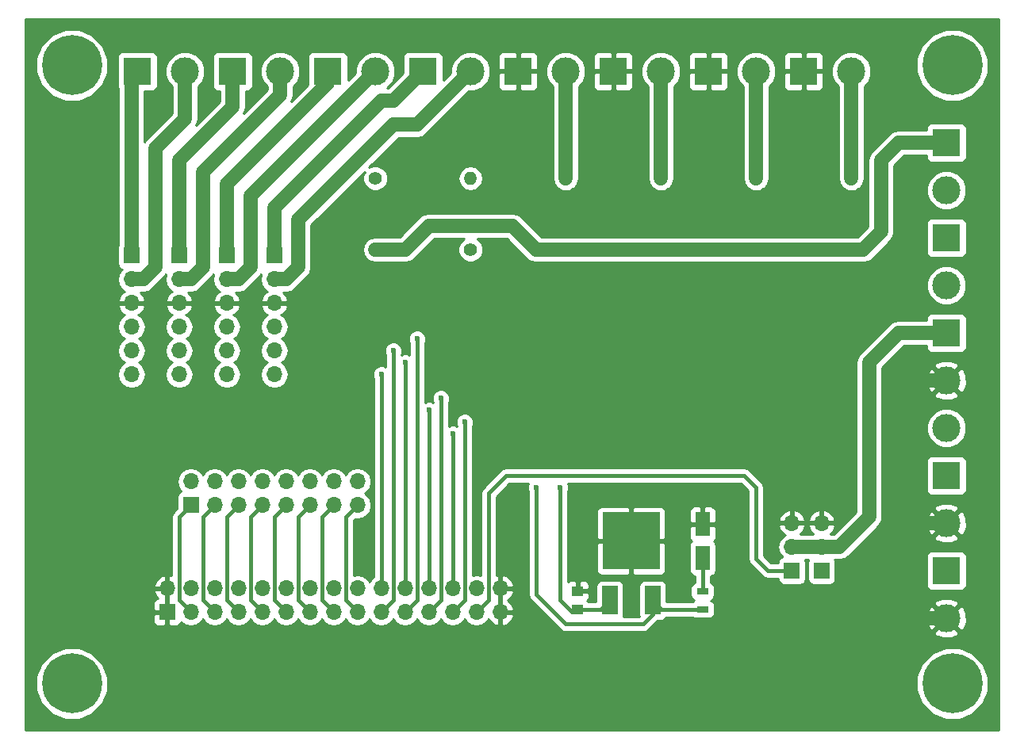
<source format=gbr>
G04 #@! TF.FileFunction,Copper,L1,Top,Signal*
%FSLAX46Y46*%
G04 Gerber Fmt 4.6, Leading zero omitted, Abs format (unit mm)*
G04 Created by KiCad (PCBNEW 4.0.5) date 02/02/17 21:36:50*
%MOMM*%
%LPD*%
G01*
G04 APERTURE LIST*
%ADD10C,0.100000*%
%ADD11C,1.400000*%
%ADD12O,1.400000X1.400000*%
%ADD13R,1.250000X1.000000*%
%ADD14R,1.600000X2.600000*%
%ADD15R,1.700000X1.700000*%
%ADD16O,1.700000X1.700000*%
%ADD17R,1.300000X0.700000*%
%ADD18R,1.651000X3.048000*%
%ADD19R,6.096000X6.096000*%
%ADD20R,3.000000X3.000000*%
%ADD21C,3.000000*%
%ADD22C,6.400000*%
%ADD23C,0.600000*%
%ADD24C,0.400000*%
%ADD25C,1.500000*%
%ADD26C,0.254000*%
G04 APERTURE END LIST*
D10*
D11*
X122555000Y-80645000D03*
D12*
X122555000Y-88265000D03*
D11*
X112395000Y-80645000D03*
D12*
X112395000Y-88265000D03*
D11*
X102235000Y-80645000D03*
D12*
X102235000Y-88265000D03*
D11*
X92075000Y-80645000D03*
D12*
X92075000Y-88265000D03*
D13*
X93345000Y-126730000D03*
X93345000Y-124730000D03*
D14*
X106680000Y-121180000D03*
X106680000Y-117580000D03*
D11*
X81915000Y-88265000D03*
D12*
X81915000Y-80645000D03*
D11*
X71755000Y-80645000D03*
D12*
X71755000Y-88265000D03*
D15*
X116205000Y-122555000D03*
D16*
X116205000Y-120015000D03*
X116205000Y-117475000D03*
D15*
X119380000Y-122555000D03*
D16*
X119380000Y-120015000D03*
X119380000Y-117475000D03*
D15*
X49530000Y-127000000D03*
D16*
X49530000Y-124460000D03*
X52070000Y-127000000D03*
X52070000Y-124460000D03*
X54610000Y-127000000D03*
X54610000Y-124460000D03*
X57150000Y-127000000D03*
X57150000Y-124460000D03*
X59690000Y-127000000D03*
X59690000Y-124460000D03*
X62230000Y-127000000D03*
X62230000Y-124460000D03*
X64770000Y-127000000D03*
X64770000Y-124460000D03*
X67310000Y-127000000D03*
X67310000Y-124460000D03*
X69850000Y-127000000D03*
X69850000Y-124460000D03*
X72390000Y-127000000D03*
X72390000Y-124460000D03*
X74930000Y-127000000D03*
X74930000Y-124460000D03*
X77470000Y-127000000D03*
X77470000Y-124460000D03*
X80010000Y-127000000D03*
X80010000Y-124460000D03*
X82550000Y-127000000D03*
X82550000Y-124460000D03*
X85090000Y-127000000D03*
X85090000Y-124460000D03*
D15*
X52070000Y-115570000D03*
D16*
X52070000Y-113030000D03*
X54610000Y-115570000D03*
X54610000Y-113030000D03*
X57150000Y-115570000D03*
X57150000Y-113030000D03*
X59690000Y-115570000D03*
X59690000Y-113030000D03*
X62230000Y-115570000D03*
X62230000Y-113030000D03*
X64770000Y-115570000D03*
X64770000Y-113030000D03*
X67310000Y-115570000D03*
X67310000Y-113030000D03*
X69850000Y-115570000D03*
X69850000Y-113030000D03*
D15*
X60960000Y-88900000D03*
D16*
X60960000Y-91440000D03*
X60960000Y-93980000D03*
X60960000Y-96520000D03*
X60960000Y-99060000D03*
X60960000Y-101600000D03*
D15*
X55880000Y-88900000D03*
D16*
X55880000Y-91440000D03*
X55880000Y-93980000D03*
X55880000Y-96520000D03*
X55880000Y-99060000D03*
X55880000Y-101600000D03*
D15*
X50800000Y-88900000D03*
D16*
X50800000Y-91440000D03*
X50800000Y-93980000D03*
X50800000Y-96520000D03*
X50800000Y-99060000D03*
X50800000Y-101600000D03*
D15*
X45720000Y-88900000D03*
D16*
X45720000Y-91440000D03*
X45720000Y-93980000D03*
X45720000Y-96520000D03*
X45720000Y-99060000D03*
X45720000Y-101600000D03*
D17*
X106680000Y-126680000D03*
X106680000Y-124780000D03*
D18*
X96774000Y-125730000D03*
D19*
X99060000Y-119380000D03*
D18*
X101346000Y-125730000D03*
D20*
X132715000Y-76835000D03*
D21*
X132715000Y-81915000D03*
D20*
X132715000Y-86995000D03*
D21*
X132715000Y-92075000D03*
D20*
X132715000Y-97155000D03*
D21*
X132715000Y-102235000D03*
X132715000Y-107315000D03*
D20*
X86995000Y-69215000D03*
D21*
X92075000Y-69215000D03*
D20*
X97155000Y-69215000D03*
D21*
X102235000Y-69215000D03*
D20*
X107315000Y-69215000D03*
D21*
X112395000Y-69215000D03*
D20*
X117475000Y-69215000D03*
D21*
X122555000Y-69215000D03*
D20*
X76835000Y-69215000D03*
D21*
X81915000Y-69215000D03*
D20*
X66675000Y-69215000D03*
D21*
X71755000Y-69215000D03*
D20*
X56515000Y-69215000D03*
D21*
X61595000Y-69215000D03*
D20*
X46355000Y-69215000D03*
D21*
X51435000Y-69215000D03*
D20*
X132715000Y-112395000D03*
D21*
X132715000Y-117475000D03*
D20*
X132715000Y-122555000D03*
D21*
X132715000Y-127635000D03*
D22*
X133350000Y-68580000D03*
X39370000Y-68580000D03*
X39370000Y-134620000D03*
X133350000Y-134620000D03*
D23*
X91440000Y-113665000D03*
X73660000Y-99060000D03*
X72390000Y-101600000D03*
X76200000Y-97790000D03*
X74930000Y-100330000D03*
X78740000Y-104140000D03*
X77470000Y-105410000D03*
X81280000Y-106680000D03*
X80010000Y-107950000D03*
X88900000Y-113665000D03*
D24*
X91440000Y-113665000D02*
X91440000Y-125730000D01*
X91440000Y-125730000D02*
X92710000Y-127000000D01*
X92710000Y-127000000D02*
X93075000Y-127000000D01*
X93075000Y-127000000D02*
X93345000Y-126730000D01*
X93345000Y-126730000D02*
X95774000Y-126730000D01*
X95774000Y-126730000D02*
X96774000Y-125730000D01*
D25*
X132715000Y-127635000D02*
X128905000Y-127635000D01*
X128905000Y-127635000D02*
X127000000Y-125730000D01*
X127000000Y-125730000D02*
X127000000Y-124460000D01*
X127000000Y-124460000D02*
X127000000Y-117475000D01*
X132715000Y-117475000D02*
X127000000Y-117475000D01*
X127000000Y-117475000D02*
X127000000Y-118110000D01*
X132715000Y-102235000D02*
X128905000Y-102235000D01*
X127000000Y-104140000D02*
X127000000Y-118110000D01*
X128905000Y-102235000D02*
X127000000Y-104140000D01*
D24*
X106680000Y-124780000D02*
X106680000Y-121180000D01*
D25*
X92075000Y-88265000D02*
X88900000Y-88265000D01*
X74930000Y-88265000D02*
X71755000Y-88265000D01*
X77470000Y-85725000D02*
X74930000Y-88265000D01*
X86360000Y-85725000D02*
X77470000Y-85725000D01*
X88900000Y-88265000D02*
X86360000Y-85725000D01*
X122555000Y-88265000D02*
X123825000Y-88265000D01*
X125730000Y-78740000D02*
X127635000Y-76835000D01*
X127635000Y-76835000D02*
X132715000Y-76835000D01*
X125730000Y-86360000D02*
X125730000Y-78740000D01*
X123825000Y-88265000D02*
X125730000Y-86360000D01*
X112395000Y-88265000D02*
X122555000Y-88265000D01*
X102235000Y-88265000D02*
X112395000Y-88265000D01*
X92075000Y-88265000D02*
X102235000Y-88265000D01*
X92075000Y-80645000D02*
X92075000Y-69215000D01*
X102235000Y-80645000D02*
X102235000Y-69215000D01*
X112395000Y-80645000D02*
X112395000Y-69215000D01*
X122555000Y-80645000D02*
X122555000Y-69215000D01*
X119380000Y-120015000D02*
X121285000Y-120015000D01*
X127635000Y-97155000D02*
X132715000Y-97155000D01*
X124460000Y-100330000D02*
X127635000Y-97155000D01*
X124460000Y-116840000D02*
X124460000Y-100330000D01*
X121285000Y-120015000D02*
X124460000Y-116840000D01*
X116205000Y-120015000D02*
X119380000Y-120015000D01*
X60960000Y-91440000D02*
X62230000Y-91440000D01*
X76200000Y-74930000D02*
X81915000Y-69215000D01*
X73660000Y-74930000D02*
X76200000Y-74930000D01*
X63500000Y-85090000D02*
X73660000Y-74930000D01*
X63500000Y-90170000D02*
X63500000Y-85090000D01*
X62230000Y-91440000D02*
X63500000Y-90170000D01*
X60960000Y-88900000D02*
X60960000Y-83820000D01*
X73660000Y-72390000D02*
X76835000Y-69215000D01*
X72390000Y-72390000D02*
X73660000Y-72390000D01*
X60960000Y-83820000D02*
X72390000Y-72390000D01*
X55880000Y-91440000D02*
X57150000Y-91440000D01*
X58420000Y-82550000D02*
X71755000Y-69215000D01*
X58420000Y-90170000D02*
X58420000Y-82550000D01*
X57150000Y-91440000D02*
X58420000Y-90170000D01*
X66675000Y-69215000D02*
X66675000Y-70485000D01*
X66675000Y-70485000D02*
X55880000Y-81280000D01*
X55880000Y-88900000D02*
X55880000Y-81280000D01*
X50800000Y-91440000D02*
X52070000Y-91440000D01*
X61595000Y-71755000D02*
X61595000Y-69215000D01*
X53340000Y-80010000D02*
X61595000Y-71755000D01*
X53340000Y-90170000D02*
X53340000Y-80010000D01*
X52070000Y-91440000D02*
X53340000Y-90170000D01*
X50800000Y-88900000D02*
X50800000Y-78740000D01*
X56515000Y-73025000D02*
X56515000Y-69215000D01*
X50800000Y-78740000D02*
X56515000Y-73025000D01*
X45720000Y-91440000D02*
X46990000Y-91440000D01*
X51435000Y-74295000D02*
X51435000Y-69215000D01*
X48260000Y-77470000D02*
X51435000Y-74295000D01*
X48260000Y-90170000D02*
X48260000Y-77470000D01*
X46990000Y-91440000D02*
X48260000Y-90170000D01*
X45720000Y-88900000D02*
X45720000Y-69850000D01*
X45720000Y-69850000D02*
X46355000Y-69215000D01*
X45720000Y-69850000D02*
X46355000Y-69215000D01*
D24*
X116205000Y-122555000D02*
X113665000Y-122555000D01*
X83820000Y-125730000D02*
X82550000Y-127000000D01*
X83820000Y-114300000D02*
X83820000Y-125730000D01*
X85725000Y-112395000D02*
X83820000Y-114300000D01*
X111125000Y-112395000D02*
X85725000Y-112395000D01*
X112395000Y-113665000D02*
X111125000Y-112395000D01*
X112395000Y-121285000D02*
X112395000Y-113665000D01*
X113665000Y-122555000D02*
X112395000Y-121285000D01*
X52070000Y-127000000D02*
X50800000Y-125730000D01*
X50800000Y-116840000D02*
X52070000Y-115570000D01*
X50800000Y-118110000D02*
X50800000Y-116840000D01*
X50800000Y-125730000D02*
X50800000Y-118110000D01*
X54610000Y-127000000D02*
X53340000Y-125730000D01*
X53340000Y-116840000D02*
X54610000Y-115570000D01*
X53340000Y-125730000D02*
X53340000Y-116840000D01*
X57150000Y-127000000D02*
X55880000Y-125730000D01*
X55880000Y-116840000D02*
X57150000Y-115570000D01*
X55880000Y-125730000D02*
X55880000Y-116840000D01*
X59690000Y-127000000D02*
X58420000Y-125730000D01*
X58420000Y-116840000D02*
X59690000Y-115570000D01*
X58420000Y-125730000D02*
X58420000Y-116840000D01*
X62230000Y-127000000D02*
X60960000Y-125730000D01*
X60960000Y-116840000D02*
X62230000Y-115570000D01*
X60960000Y-125730000D02*
X60960000Y-116840000D01*
X64770000Y-127000000D02*
X63500000Y-125730000D01*
X63500000Y-116840000D02*
X64770000Y-115570000D01*
X63500000Y-125730000D02*
X63500000Y-116840000D01*
X67310000Y-127000000D02*
X66040000Y-125730000D01*
X66040000Y-116840000D02*
X67310000Y-115570000D01*
X66040000Y-125730000D02*
X66040000Y-116840000D01*
X69850000Y-127000000D02*
X68580000Y-125730000D01*
X68580000Y-116840000D02*
X69850000Y-115570000D01*
X68580000Y-125730000D02*
X68580000Y-116840000D01*
X73660000Y-102870000D02*
X73660000Y-125730000D01*
X72390000Y-127000000D02*
X73660000Y-125730000D01*
X73660000Y-99060000D02*
X73660000Y-102870000D01*
X72390000Y-124460000D02*
X72390000Y-104140000D01*
X72390000Y-101600000D02*
X72390000Y-104140000D01*
X76200000Y-125730000D02*
X74930000Y-127000000D01*
X76200000Y-97790000D02*
X76200000Y-125730000D01*
X74930000Y-100330000D02*
X74930000Y-124460000D01*
X78740000Y-125730000D02*
X77470000Y-127000000D01*
X78740000Y-104140000D02*
X78740000Y-125730000D01*
X77470000Y-105410000D02*
X77470000Y-124460000D01*
X81280000Y-125730000D02*
X80010000Y-127000000D01*
X81280000Y-106680000D02*
X81280000Y-125730000D01*
X80010000Y-107950000D02*
X80010000Y-124460000D01*
X101346000Y-125730000D02*
X101346000Y-127254000D01*
X101346000Y-127254000D02*
X100330000Y-128270000D01*
X88900000Y-125095000D02*
X88900000Y-113665000D01*
X92075000Y-128270000D02*
X88900000Y-125095000D01*
X100330000Y-128270000D02*
X92075000Y-128270000D01*
X106680000Y-126680000D02*
X102296000Y-126680000D01*
X102296000Y-126680000D02*
X101346000Y-125730000D01*
D26*
G36*
X138303000Y-139573000D02*
X34417000Y-139573000D01*
X34417000Y-135379482D01*
X35534336Y-135379482D01*
X36116950Y-136789515D01*
X37194811Y-137869259D01*
X38603825Y-138454333D01*
X40129482Y-138455664D01*
X41539515Y-137873050D01*
X42619259Y-136795189D01*
X43204333Y-135386175D01*
X43204338Y-135379482D01*
X129514336Y-135379482D01*
X130096950Y-136789515D01*
X131174811Y-137869259D01*
X132583825Y-138454333D01*
X134109482Y-138455664D01*
X135519515Y-137873050D01*
X136599259Y-136795189D01*
X137184333Y-135386175D01*
X137185664Y-133860518D01*
X136603050Y-132450485D01*
X135525189Y-131370741D01*
X134116175Y-130785667D01*
X132590518Y-130784336D01*
X131180485Y-131366950D01*
X130100741Y-132444811D01*
X129515667Y-133853825D01*
X129514336Y-135379482D01*
X43204338Y-135379482D01*
X43205664Y-133860518D01*
X42623050Y-132450485D01*
X41545189Y-131370741D01*
X40136175Y-130785667D01*
X38610518Y-130784336D01*
X37200485Y-131366950D01*
X36120741Y-132444811D01*
X35535667Y-133853825D01*
X35534336Y-135379482D01*
X34417000Y-135379482D01*
X34417000Y-129148970D01*
X131380635Y-129148970D01*
X131540418Y-129467739D01*
X132331187Y-129777723D01*
X133180387Y-129761497D01*
X133889582Y-129467739D01*
X134049365Y-129148970D01*
X132715000Y-127814605D01*
X131380635Y-129148970D01*
X34417000Y-129148970D01*
X34417000Y-127285750D01*
X48045000Y-127285750D01*
X48045000Y-127976309D01*
X48141673Y-128209698D01*
X48320301Y-128388327D01*
X48553690Y-128485000D01*
X49244250Y-128485000D01*
X49403000Y-128326250D01*
X49403000Y-127127000D01*
X48203750Y-127127000D01*
X48045000Y-127285750D01*
X34417000Y-127285750D01*
X34417000Y-126023691D01*
X48045000Y-126023691D01*
X48045000Y-126714250D01*
X48203750Y-126873000D01*
X49403000Y-126873000D01*
X49403000Y-124587000D01*
X48209181Y-124587000D01*
X48088514Y-124816892D01*
X48334817Y-125341358D01*
X48534208Y-125523070D01*
X48320301Y-125611673D01*
X48141673Y-125790302D01*
X48045000Y-126023691D01*
X34417000Y-126023691D01*
X34417000Y-124103108D01*
X48088514Y-124103108D01*
X48209181Y-124333000D01*
X49403000Y-124333000D01*
X49403000Y-123139845D01*
X49657000Y-123139845D01*
X49657000Y-124333000D01*
X49677000Y-124333000D01*
X49677000Y-124587000D01*
X49657000Y-124587000D01*
X49657000Y-126873000D01*
X49677000Y-126873000D01*
X49677000Y-127127000D01*
X49657000Y-127127000D01*
X49657000Y-128326250D01*
X49815750Y-128485000D01*
X50506310Y-128485000D01*
X50739699Y-128388327D01*
X50918327Y-128209698D01*
X50990597Y-128035223D01*
X51019946Y-128079147D01*
X51501715Y-128401054D01*
X52070000Y-128514093D01*
X52638285Y-128401054D01*
X53120054Y-128079147D01*
X53340000Y-127749974D01*
X53559946Y-128079147D01*
X54041715Y-128401054D01*
X54610000Y-128514093D01*
X55178285Y-128401054D01*
X55660054Y-128079147D01*
X55880000Y-127749974D01*
X56099946Y-128079147D01*
X56581715Y-128401054D01*
X57150000Y-128514093D01*
X57718285Y-128401054D01*
X58200054Y-128079147D01*
X58420000Y-127749974D01*
X58639946Y-128079147D01*
X59121715Y-128401054D01*
X59690000Y-128514093D01*
X60258285Y-128401054D01*
X60740054Y-128079147D01*
X60960000Y-127749974D01*
X61179946Y-128079147D01*
X61661715Y-128401054D01*
X62230000Y-128514093D01*
X62798285Y-128401054D01*
X63280054Y-128079147D01*
X63500000Y-127749974D01*
X63719946Y-128079147D01*
X64201715Y-128401054D01*
X64770000Y-128514093D01*
X65338285Y-128401054D01*
X65820054Y-128079147D01*
X66040000Y-127749974D01*
X66259946Y-128079147D01*
X66741715Y-128401054D01*
X67310000Y-128514093D01*
X67878285Y-128401054D01*
X68360054Y-128079147D01*
X68580000Y-127749974D01*
X68799946Y-128079147D01*
X69281715Y-128401054D01*
X69850000Y-128514093D01*
X70418285Y-128401054D01*
X70900054Y-128079147D01*
X71120000Y-127749974D01*
X71339946Y-128079147D01*
X71821715Y-128401054D01*
X72390000Y-128514093D01*
X72958285Y-128401054D01*
X73440054Y-128079147D01*
X73660000Y-127749974D01*
X73879946Y-128079147D01*
X74361715Y-128401054D01*
X74930000Y-128514093D01*
X75498285Y-128401054D01*
X75980054Y-128079147D01*
X76200000Y-127749974D01*
X76419946Y-128079147D01*
X76901715Y-128401054D01*
X77470000Y-128514093D01*
X78038285Y-128401054D01*
X78520054Y-128079147D01*
X78740000Y-127749974D01*
X78959946Y-128079147D01*
X79441715Y-128401054D01*
X80010000Y-128514093D01*
X80578285Y-128401054D01*
X81060054Y-128079147D01*
X81280000Y-127749974D01*
X81499946Y-128079147D01*
X81981715Y-128401054D01*
X82550000Y-128514093D01*
X83118285Y-128401054D01*
X83600054Y-128079147D01*
X83827702Y-127738447D01*
X83894817Y-127881358D01*
X84323076Y-128271645D01*
X84733110Y-128441476D01*
X84963000Y-128320155D01*
X84963000Y-127127000D01*
X85217000Y-127127000D01*
X85217000Y-128320155D01*
X85446890Y-128441476D01*
X85856924Y-128271645D01*
X86285183Y-127881358D01*
X86531486Y-127356892D01*
X86410819Y-127127000D01*
X85217000Y-127127000D01*
X84963000Y-127127000D01*
X84943000Y-127127000D01*
X84943000Y-126873000D01*
X84963000Y-126873000D01*
X84963000Y-124587000D01*
X85217000Y-124587000D01*
X85217000Y-126873000D01*
X86410819Y-126873000D01*
X86531486Y-126643108D01*
X86285183Y-126118642D01*
X85858729Y-125730000D01*
X86285183Y-125341358D01*
X86531486Y-124816892D01*
X86410819Y-124587000D01*
X85217000Y-124587000D01*
X84963000Y-124587000D01*
X84943000Y-124587000D01*
X84943000Y-124333000D01*
X84963000Y-124333000D01*
X84963000Y-123139845D01*
X85217000Y-123139845D01*
X85217000Y-124333000D01*
X86410819Y-124333000D01*
X86531486Y-124103108D01*
X86285183Y-123578642D01*
X85856924Y-123188355D01*
X85446890Y-123018524D01*
X85217000Y-123139845D01*
X84963000Y-123139845D01*
X84733110Y-123018524D01*
X84655000Y-123050876D01*
X84655000Y-114645868D01*
X86070868Y-113230000D01*
X88068225Y-113230000D01*
X87965162Y-113478201D01*
X87964838Y-113850167D01*
X88065000Y-114092578D01*
X88065000Y-125095000D01*
X88128561Y-125414541D01*
X88274911Y-125633569D01*
X88309566Y-125685434D01*
X91484566Y-128860434D01*
X91755459Y-129041439D01*
X92075000Y-129105000D01*
X100330000Y-129105000D01*
X100649541Y-129041439D01*
X100920434Y-128860434D01*
X101879428Y-127901440D01*
X102171500Y-127901440D01*
X102406817Y-127857162D01*
X102622941Y-127718090D01*
X102761706Y-127515000D01*
X105615025Y-127515000D01*
X105778110Y-127626431D01*
X106030000Y-127677440D01*
X107330000Y-127677440D01*
X107565317Y-127633162D01*
X107781441Y-127494090D01*
X107926431Y-127281890D01*
X107932648Y-127251187D01*
X130572277Y-127251187D01*
X130588503Y-128100387D01*
X130882261Y-128809582D01*
X131201030Y-128969365D01*
X132535395Y-127635000D01*
X132894605Y-127635000D01*
X134228970Y-128969365D01*
X134547739Y-128809582D01*
X134857723Y-128018813D01*
X134841497Y-127169613D01*
X134547739Y-126460418D01*
X134228970Y-126300635D01*
X132894605Y-127635000D01*
X132535395Y-127635000D01*
X131201030Y-126300635D01*
X130882261Y-126460418D01*
X130572277Y-127251187D01*
X107932648Y-127251187D01*
X107977440Y-127030000D01*
X107977440Y-126330000D01*
X107938120Y-126121030D01*
X131380635Y-126121030D01*
X132715000Y-127455395D01*
X134049365Y-126121030D01*
X133889582Y-125802261D01*
X133098813Y-125492277D01*
X132249613Y-125508503D01*
X131540418Y-125802261D01*
X131380635Y-126121030D01*
X107938120Y-126121030D01*
X107933162Y-126094683D01*
X107794090Y-125878559D01*
X107581890Y-125733569D01*
X107568803Y-125730919D01*
X107781441Y-125594090D01*
X107926431Y-125381890D01*
X107977440Y-125130000D01*
X107977440Y-124430000D01*
X107933162Y-124194683D01*
X107794090Y-123978559D01*
X107581890Y-123833569D01*
X107515000Y-123820023D01*
X107515000Y-123120854D01*
X107715317Y-123083162D01*
X107931441Y-122944090D01*
X108076431Y-122731890D01*
X108127440Y-122480000D01*
X108127440Y-119880000D01*
X108083162Y-119644683D01*
X107944090Y-119428559D01*
X107875994Y-119382031D01*
X108018327Y-119239698D01*
X108115000Y-119006309D01*
X108115000Y-117865750D01*
X107956250Y-117707000D01*
X106807000Y-117707000D01*
X106807000Y-117727000D01*
X106553000Y-117727000D01*
X106553000Y-117707000D01*
X105403750Y-117707000D01*
X105245000Y-117865750D01*
X105245000Y-119006309D01*
X105341673Y-119239698D01*
X105482910Y-119380936D01*
X105428559Y-119415910D01*
X105283569Y-119628110D01*
X105232560Y-119880000D01*
X105232560Y-122480000D01*
X105276838Y-122715317D01*
X105415910Y-122931441D01*
X105628110Y-123076431D01*
X105845000Y-123120352D01*
X105845000Y-123817370D01*
X105794683Y-123826838D01*
X105578559Y-123965910D01*
X105433569Y-124178110D01*
X105382560Y-124430000D01*
X105382560Y-125130000D01*
X105426838Y-125365317D01*
X105565910Y-125581441D01*
X105778110Y-125726431D01*
X105791197Y-125729081D01*
X105611054Y-125845000D01*
X102818940Y-125845000D01*
X102818940Y-124206000D01*
X102774662Y-123970683D01*
X102635590Y-123754559D01*
X102423390Y-123609569D01*
X102171500Y-123558560D01*
X100520500Y-123558560D01*
X100285183Y-123602838D01*
X100069059Y-123741910D01*
X99924069Y-123954110D01*
X99873060Y-124206000D01*
X99873060Y-127254000D01*
X99907118Y-127435000D01*
X98210287Y-127435000D01*
X98246940Y-127254000D01*
X98246940Y-124206000D01*
X98202662Y-123970683D01*
X98063590Y-123754559D01*
X97851390Y-123609569D01*
X97599500Y-123558560D01*
X95948500Y-123558560D01*
X95713183Y-123602838D01*
X95497059Y-123741910D01*
X95352069Y-123954110D01*
X95301060Y-124206000D01*
X95301060Y-125895000D01*
X94509018Y-125895000D01*
X94434090Y-125778559D01*
X94365994Y-125732031D01*
X94508327Y-125589698D01*
X94605000Y-125356309D01*
X94605000Y-125015750D01*
X94446250Y-124857000D01*
X93472000Y-124857000D01*
X93472000Y-124877000D01*
X93218000Y-124877000D01*
X93218000Y-124857000D01*
X93198000Y-124857000D01*
X93198000Y-124603000D01*
X93218000Y-124603000D01*
X93218000Y-123753750D01*
X93472000Y-123753750D01*
X93472000Y-124603000D01*
X94446250Y-124603000D01*
X94605000Y-124444250D01*
X94605000Y-124103691D01*
X94508327Y-123870302D01*
X94329699Y-123691673D01*
X94096310Y-123595000D01*
X93630750Y-123595000D01*
X93472000Y-123753750D01*
X93218000Y-123753750D01*
X93059250Y-123595000D01*
X92593690Y-123595000D01*
X92360301Y-123691673D01*
X92275000Y-123776974D01*
X92275000Y-119665750D01*
X95377000Y-119665750D01*
X95377000Y-122554310D01*
X95473673Y-122787699D01*
X95652302Y-122966327D01*
X95885691Y-123063000D01*
X98774250Y-123063000D01*
X98933000Y-122904250D01*
X98933000Y-119507000D01*
X99187000Y-119507000D01*
X99187000Y-122904250D01*
X99345750Y-123063000D01*
X102234309Y-123063000D01*
X102467698Y-122966327D01*
X102646327Y-122787699D01*
X102743000Y-122554310D01*
X102743000Y-119665750D01*
X102584250Y-119507000D01*
X99187000Y-119507000D01*
X98933000Y-119507000D01*
X95535750Y-119507000D01*
X95377000Y-119665750D01*
X92275000Y-119665750D01*
X92275000Y-116205690D01*
X95377000Y-116205690D01*
X95377000Y-119094250D01*
X95535750Y-119253000D01*
X98933000Y-119253000D01*
X98933000Y-115855750D01*
X99187000Y-115855750D01*
X99187000Y-119253000D01*
X102584250Y-119253000D01*
X102743000Y-119094250D01*
X102743000Y-116205690D01*
X102721462Y-116153691D01*
X105245000Y-116153691D01*
X105245000Y-117294250D01*
X105403750Y-117453000D01*
X106553000Y-117453000D01*
X106553000Y-115803750D01*
X106807000Y-115803750D01*
X106807000Y-117453000D01*
X107956250Y-117453000D01*
X108115000Y-117294250D01*
X108115000Y-116153691D01*
X108018327Y-115920302D01*
X107839699Y-115741673D01*
X107606310Y-115645000D01*
X106965750Y-115645000D01*
X106807000Y-115803750D01*
X106553000Y-115803750D01*
X106394250Y-115645000D01*
X105753690Y-115645000D01*
X105520301Y-115741673D01*
X105341673Y-115920302D01*
X105245000Y-116153691D01*
X102721462Y-116153691D01*
X102646327Y-115972301D01*
X102467698Y-115793673D01*
X102234309Y-115697000D01*
X99345750Y-115697000D01*
X99187000Y-115855750D01*
X98933000Y-115855750D01*
X98774250Y-115697000D01*
X95885691Y-115697000D01*
X95652302Y-115793673D01*
X95473673Y-115972301D01*
X95377000Y-116205690D01*
X92275000Y-116205690D01*
X92275000Y-114092234D01*
X92374838Y-113851799D01*
X92375162Y-113479833D01*
X92271933Y-113230000D01*
X110779132Y-113230000D01*
X111560000Y-114010868D01*
X111560000Y-121285000D01*
X111623561Y-121604541D01*
X111804566Y-121875434D01*
X113074566Y-123145434D01*
X113345459Y-123326439D01*
X113665000Y-123390000D01*
X114707560Y-123390000D01*
X114707560Y-123405000D01*
X114751838Y-123640317D01*
X114890910Y-123856441D01*
X115103110Y-124001431D01*
X115355000Y-124052440D01*
X117055000Y-124052440D01*
X117290317Y-124008162D01*
X117506441Y-123869090D01*
X117651431Y-123656890D01*
X117702440Y-123405000D01*
X117702440Y-121705000D01*
X117658162Y-121469683D01*
X117613322Y-121400000D01*
X117969857Y-121400000D01*
X117933569Y-121453110D01*
X117882560Y-121705000D01*
X117882560Y-123405000D01*
X117926838Y-123640317D01*
X118065910Y-123856441D01*
X118278110Y-124001431D01*
X118530000Y-124052440D01*
X120230000Y-124052440D01*
X120465317Y-124008162D01*
X120681441Y-123869090D01*
X120826431Y-123656890D01*
X120877440Y-123405000D01*
X120877440Y-121705000D01*
X120833162Y-121469683D01*
X120788322Y-121400000D01*
X121285000Y-121400000D01*
X121815017Y-121294573D01*
X122173563Y-121055000D01*
X130567560Y-121055000D01*
X130567560Y-124055000D01*
X130611838Y-124290317D01*
X130750910Y-124506441D01*
X130963110Y-124651431D01*
X131215000Y-124702440D01*
X134215000Y-124702440D01*
X134450317Y-124658162D01*
X134666441Y-124519090D01*
X134811431Y-124306890D01*
X134862440Y-124055000D01*
X134862440Y-121055000D01*
X134818162Y-120819683D01*
X134679090Y-120603559D01*
X134466890Y-120458569D01*
X134215000Y-120407560D01*
X131215000Y-120407560D01*
X130979683Y-120451838D01*
X130763559Y-120590910D01*
X130618569Y-120803110D01*
X130567560Y-121055000D01*
X122173563Y-121055000D01*
X122264343Y-120994343D01*
X124269716Y-118988970D01*
X131380635Y-118988970D01*
X131540418Y-119307739D01*
X132331187Y-119617723D01*
X133180387Y-119601497D01*
X133889582Y-119307739D01*
X134049365Y-118988970D01*
X132715000Y-117654605D01*
X131380635Y-118988970D01*
X124269716Y-118988970D01*
X125439343Y-117819343D01*
X125584567Y-117602000D01*
X125739573Y-117370017D01*
X125795035Y-117091187D01*
X130572277Y-117091187D01*
X130588503Y-117940387D01*
X130882261Y-118649582D01*
X131201030Y-118809365D01*
X132535395Y-117475000D01*
X132894605Y-117475000D01*
X134228970Y-118809365D01*
X134547739Y-118649582D01*
X134857723Y-117858813D01*
X134841497Y-117009613D01*
X134547739Y-116300418D01*
X134228970Y-116140635D01*
X132894605Y-117475000D01*
X132535395Y-117475000D01*
X131201030Y-116140635D01*
X130882261Y-116300418D01*
X130572277Y-117091187D01*
X125795035Y-117091187D01*
X125845000Y-116840000D01*
X125845000Y-115961030D01*
X131380635Y-115961030D01*
X132715000Y-117295395D01*
X134049365Y-115961030D01*
X133889582Y-115642261D01*
X133098813Y-115332277D01*
X132249613Y-115348503D01*
X131540418Y-115642261D01*
X131380635Y-115961030D01*
X125845000Y-115961030D01*
X125845000Y-110895000D01*
X130567560Y-110895000D01*
X130567560Y-113895000D01*
X130611838Y-114130317D01*
X130750910Y-114346441D01*
X130963110Y-114491431D01*
X131215000Y-114542440D01*
X134215000Y-114542440D01*
X134450317Y-114498162D01*
X134666441Y-114359090D01*
X134811431Y-114146890D01*
X134862440Y-113895000D01*
X134862440Y-110895000D01*
X134818162Y-110659683D01*
X134679090Y-110443559D01*
X134466890Y-110298569D01*
X134215000Y-110247560D01*
X131215000Y-110247560D01*
X130979683Y-110291838D01*
X130763559Y-110430910D01*
X130618569Y-110643110D01*
X130567560Y-110895000D01*
X125845000Y-110895000D01*
X125845000Y-107737815D01*
X130579630Y-107737815D01*
X130903980Y-108522800D01*
X131504041Y-109123909D01*
X132288459Y-109449628D01*
X133137815Y-109450370D01*
X133922800Y-109126020D01*
X134523909Y-108525959D01*
X134849628Y-107741541D01*
X134850370Y-106892185D01*
X134526020Y-106107200D01*
X133925959Y-105506091D01*
X133141541Y-105180372D01*
X132292185Y-105179630D01*
X131507200Y-105503980D01*
X130906091Y-106104041D01*
X130580372Y-106888459D01*
X130579630Y-107737815D01*
X125845000Y-107737815D01*
X125845000Y-103748970D01*
X131380635Y-103748970D01*
X131540418Y-104067739D01*
X132331187Y-104377723D01*
X133180387Y-104361497D01*
X133889582Y-104067739D01*
X134049365Y-103748970D01*
X132715000Y-102414605D01*
X131380635Y-103748970D01*
X125845000Y-103748970D01*
X125845000Y-101851187D01*
X130572277Y-101851187D01*
X130588503Y-102700387D01*
X130882261Y-103409582D01*
X131201030Y-103569365D01*
X132535395Y-102235000D01*
X132894605Y-102235000D01*
X134228970Y-103569365D01*
X134547739Y-103409582D01*
X134857723Y-102618813D01*
X134841497Y-101769613D01*
X134547739Y-101060418D01*
X134228970Y-100900635D01*
X132894605Y-102235000D01*
X132535395Y-102235000D01*
X131201030Y-100900635D01*
X130882261Y-101060418D01*
X130572277Y-101851187D01*
X125845000Y-101851187D01*
X125845000Y-100903686D01*
X126027656Y-100721030D01*
X131380635Y-100721030D01*
X132715000Y-102055395D01*
X134049365Y-100721030D01*
X133889582Y-100402261D01*
X133098813Y-100092277D01*
X132249613Y-100108503D01*
X131540418Y-100402261D01*
X131380635Y-100721030D01*
X126027656Y-100721030D01*
X128208686Y-98540000D01*
X130567560Y-98540000D01*
X130567560Y-98655000D01*
X130611838Y-98890317D01*
X130750910Y-99106441D01*
X130963110Y-99251431D01*
X131215000Y-99302440D01*
X134215000Y-99302440D01*
X134450317Y-99258162D01*
X134666441Y-99119090D01*
X134811431Y-98906890D01*
X134862440Y-98655000D01*
X134862440Y-95655000D01*
X134818162Y-95419683D01*
X134679090Y-95203559D01*
X134466890Y-95058569D01*
X134215000Y-95007560D01*
X131215000Y-95007560D01*
X130979683Y-95051838D01*
X130763559Y-95190910D01*
X130618569Y-95403110D01*
X130567560Y-95655000D01*
X130567560Y-95770000D01*
X127635000Y-95770000D01*
X127104983Y-95875427D01*
X126655657Y-96175657D01*
X123480657Y-99350657D01*
X123180427Y-99799983D01*
X123075000Y-100330000D01*
X123075000Y-116266314D01*
X120711314Y-118630000D01*
X120297978Y-118630000D01*
X120651645Y-118241924D01*
X120821476Y-117831890D01*
X120700155Y-117602000D01*
X119507000Y-117602000D01*
X119507000Y-117622000D01*
X119253000Y-117622000D01*
X119253000Y-117602000D01*
X118059845Y-117602000D01*
X117938524Y-117831890D01*
X118108355Y-118241924D01*
X118462022Y-118630000D01*
X117122978Y-118630000D01*
X117476645Y-118241924D01*
X117646476Y-117831890D01*
X117525155Y-117602000D01*
X116332000Y-117602000D01*
X116332000Y-117622000D01*
X116078000Y-117622000D01*
X116078000Y-117602000D01*
X114884845Y-117602000D01*
X114763524Y-117831890D01*
X114933355Y-118241924D01*
X115323642Y-118670183D01*
X115466553Y-118737298D01*
X115125853Y-118964946D01*
X114803946Y-119446715D01*
X114690907Y-120015000D01*
X114803946Y-120583285D01*
X115125853Y-121065054D01*
X115167452Y-121092850D01*
X115119683Y-121101838D01*
X114903559Y-121240910D01*
X114758569Y-121453110D01*
X114707560Y-121705000D01*
X114707560Y-121720000D01*
X114010868Y-121720000D01*
X113230000Y-120939132D01*
X113230000Y-117118110D01*
X114763524Y-117118110D01*
X114884845Y-117348000D01*
X116078000Y-117348000D01*
X116078000Y-116154181D01*
X116332000Y-116154181D01*
X116332000Y-117348000D01*
X117525155Y-117348000D01*
X117646476Y-117118110D01*
X117938524Y-117118110D01*
X118059845Y-117348000D01*
X119253000Y-117348000D01*
X119253000Y-116154181D01*
X119507000Y-116154181D01*
X119507000Y-117348000D01*
X120700155Y-117348000D01*
X120821476Y-117118110D01*
X120651645Y-116708076D01*
X120261358Y-116279817D01*
X119736892Y-116033514D01*
X119507000Y-116154181D01*
X119253000Y-116154181D01*
X119023108Y-116033514D01*
X118498642Y-116279817D01*
X118108355Y-116708076D01*
X117938524Y-117118110D01*
X117646476Y-117118110D01*
X117476645Y-116708076D01*
X117086358Y-116279817D01*
X116561892Y-116033514D01*
X116332000Y-116154181D01*
X116078000Y-116154181D01*
X115848108Y-116033514D01*
X115323642Y-116279817D01*
X114933355Y-116708076D01*
X114763524Y-117118110D01*
X113230000Y-117118110D01*
X113230000Y-113665000D01*
X113166439Y-113345459D01*
X112985434Y-113074566D01*
X111715434Y-111804566D01*
X111444541Y-111623561D01*
X111125000Y-111560000D01*
X85725000Y-111560000D01*
X85405459Y-111623561D01*
X85134566Y-111804566D01*
X83229566Y-113709566D01*
X83048561Y-113980459D01*
X82985000Y-114300000D01*
X82985000Y-123032434D01*
X82550000Y-122945907D01*
X82115000Y-123032434D01*
X82115000Y-107107234D01*
X82214838Y-106866799D01*
X82215162Y-106494833D01*
X82073117Y-106151057D01*
X81810327Y-105887808D01*
X81466799Y-105745162D01*
X81094833Y-105744838D01*
X80751057Y-105886883D01*
X80487808Y-106149673D01*
X80345162Y-106493201D01*
X80344838Y-106865167D01*
X80445000Y-107107578D01*
X80445000Y-107118225D01*
X80196799Y-107015162D01*
X79824833Y-107014838D01*
X79575000Y-107118067D01*
X79575000Y-104567234D01*
X79674838Y-104326799D01*
X79675162Y-103954833D01*
X79533117Y-103611057D01*
X79270327Y-103347808D01*
X78926799Y-103205162D01*
X78554833Y-103204838D01*
X78211057Y-103346883D01*
X77947808Y-103609673D01*
X77805162Y-103953201D01*
X77804838Y-104325167D01*
X77905000Y-104567578D01*
X77905000Y-104578225D01*
X77656799Y-104475162D01*
X77284833Y-104474838D01*
X77035000Y-104578067D01*
X77035000Y-98217234D01*
X77134838Y-97976799D01*
X77135162Y-97604833D01*
X76993117Y-97261057D01*
X76730327Y-96997808D01*
X76386799Y-96855162D01*
X76014833Y-96854838D01*
X75671057Y-96996883D01*
X75407808Y-97259673D01*
X75265162Y-97603201D01*
X75264838Y-97975167D01*
X75365000Y-98217578D01*
X75365000Y-99498225D01*
X75116799Y-99395162D01*
X74744833Y-99394838D01*
X74495000Y-99498067D01*
X74495000Y-99487234D01*
X74594838Y-99246799D01*
X74595162Y-98874833D01*
X74453117Y-98531057D01*
X74190327Y-98267808D01*
X73846799Y-98125162D01*
X73474833Y-98124838D01*
X73131057Y-98266883D01*
X72867808Y-98529673D01*
X72725162Y-98873201D01*
X72724838Y-99245167D01*
X72825000Y-99487578D01*
X72825000Y-100768225D01*
X72576799Y-100665162D01*
X72204833Y-100664838D01*
X71861057Y-100806883D01*
X71597808Y-101069673D01*
X71455162Y-101413201D01*
X71454838Y-101785167D01*
X71555000Y-102027578D01*
X71555000Y-123237159D01*
X71339946Y-123380853D01*
X71120000Y-123710026D01*
X70900054Y-123380853D01*
X70418285Y-123058946D01*
X69850000Y-122945907D01*
X69415000Y-123032434D01*
X69415000Y-117185868D01*
X69572061Y-117028807D01*
X69850000Y-117084093D01*
X70418285Y-116971054D01*
X70900054Y-116649147D01*
X71221961Y-116167378D01*
X71335000Y-115599093D01*
X71335000Y-115540907D01*
X71221961Y-114972622D01*
X70900054Y-114490853D01*
X70614422Y-114300000D01*
X70900054Y-114109147D01*
X71221961Y-113627378D01*
X71335000Y-113059093D01*
X71335000Y-113000907D01*
X71221961Y-112432622D01*
X70900054Y-111950853D01*
X70418285Y-111628946D01*
X69850000Y-111515907D01*
X69281715Y-111628946D01*
X68799946Y-111950853D01*
X68580000Y-112280026D01*
X68360054Y-111950853D01*
X67878285Y-111628946D01*
X67310000Y-111515907D01*
X66741715Y-111628946D01*
X66259946Y-111950853D01*
X66040000Y-112280026D01*
X65820054Y-111950853D01*
X65338285Y-111628946D01*
X64770000Y-111515907D01*
X64201715Y-111628946D01*
X63719946Y-111950853D01*
X63500000Y-112280026D01*
X63280054Y-111950853D01*
X62798285Y-111628946D01*
X62230000Y-111515907D01*
X61661715Y-111628946D01*
X61179946Y-111950853D01*
X60960000Y-112280026D01*
X60740054Y-111950853D01*
X60258285Y-111628946D01*
X59690000Y-111515907D01*
X59121715Y-111628946D01*
X58639946Y-111950853D01*
X58420000Y-112280026D01*
X58200054Y-111950853D01*
X57718285Y-111628946D01*
X57150000Y-111515907D01*
X56581715Y-111628946D01*
X56099946Y-111950853D01*
X55880000Y-112280026D01*
X55660054Y-111950853D01*
X55178285Y-111628946D01*
X54610000Y-111515907D01*
X54041715Y-111628946D01*
X53559946Y-111950853D01*
X53340000Y-112280026D01*
X53120054Y-111950853D01*
X52638285Y-111628946D01*
X52070000Y-111515907D01*
X51501715Y-111628946D01*
X51019946Y-111950853D01*
X50698039Y-112432622D01*
X50585000Y-113000907D01*
X50585000Y-113059093D01*
X50698039Y-113627378D01*
X51019946Y-114109147D01*
X51021179Y-114109971D01*
X50984683Y-114116838D01*
X50768559Y-114255910D01*
X50623569Y-114468110D01*
X50572560Y-114720000D01*
X50572560Y-115886572D01*
X50209566Y-116249566D01*
X50028561Y-116520459D01*
X49965000Y-116840000D01*
X49965000Y-123050876D01*
X49886890Y-123018524D01*
X49657000Y-123139845D01*
X49403000Y-123139845D01*
X49173110Y-123018524D01*
X48763076Y-123188355D01*
X48334817Y-123578642D01*
X48088514Y-124103108D01*
X34417000Y-124103108D01*
X34417000Y-96520000D01*
X44205907Y-96520000D01*
X44318946Y-97088285D01*
X44640853Y-97570054D01*
X44970026Y-97790000D01*
X44640853Y-98009946D01*
X44318946Y-98491715D01*
X44205907Y-99060000D01*
X44318946Y-99628285D01*
X44640853Y-100110054D01*
X44970026Y-100330000D01*
X44640853Y-100549946D01*
X44318946Y-101031715D01*
X44205907Y-101600000D01*
X44318946Y-102168285D01*
X44640853Y-102650054D01*
X45122622Y-102971961D01*
X45690907Y-103085000D01*
X45749093Y-103085000D01*
X46317378Y-102971961D01*
X46799147Y-102650054D01*
X47121054Y-102168285D01*
X47234093Y-101600000D01*
X47121054Y-101031715D01*
X46799147Y-100549946D01*
X46469974Y-100330000D01*
X46799147Y-100110054D01*
X47121054Y-99628285D01*
X47234093Y-99060000D01*
X47121054Y-98491715D01*
X46799147Y-98009946D01*
X46469974Y-97790000D01*
X46799147Y-97570054D01*
X47121054Y-97088285D01*
X47234093Y-96520000D01*
X49285907Y-96520000D01*
X49398946Y-97088285D01*
X49720853Y-97570054D01*
X50050026Y-97790000D01*
X49720853Y-98009946D01*
X49398946Y-98491715D01*
X49285907Y-99060000D01*
X49398946Y-99628285D01*
X49720853Y-100110054D01*
X50050026Y-100330000D01*
X49720853Y-100549946D01*
X49398946Y-101031715D01*
X49285907Y-101600000D01*
X49398946Y-102168285D01*
X49720853Y-102650054D01*
X50202622Y-102971961D01*
X50770907Y-103085000D01*
X50829093Y-103085000D01*
X51397378Y-102971961D01*
X51879147Y-102650054D01*
X52201054Y-102168285D01*
X52314093Y-101600000D01*
X52201054Y-101031715D01*
X51879147Y-100549946D01*
X51549974Y-100330000D01*
X51879147Y-100110054D01*
X52201054Y-99628285D01*
X52314093Y-99060000D01*
X52201054Y-98491715D01*
X51879147Y-98009946D01*
X51549974Y-97790000D01*
X51879147Y-97570054D01*
X52201054Y-97088285D01*
X52314093Y-96520000D01*
X54365907Y-96520000D01*
X54478946Y-97088285D01*
X54800853Y-97570054D01*
X55130026Y-97790000D01*
X54800853Y-98009946D01*
X54478946Y-98491715D01*
X54365907Y-99060000D01*
X54478946Y-99628285D01*
X54800853Y-100110054D01*
X55130026Y-100330000D01*
X54800853Y-100549946D01*
X54478946Y-101031715D01*
X54365907Y-101600000D01*
X54478946Y-102168285D01*
X54800853Y-102650054D01*
X55282622Y-102971961D01*
X55850907Y-103085000D01*
X55909093Y-103085000D01*
X56477378Y-102971961D01*
X56959147Y-102650054D01*
X57281054Y-102168285D01*
X57394093Y-101600000D01*
X57281054Y-101031715D01*
X56959147Y-100549946D01*
X56629974Y-100330000D01*
X56959147Y-100110054D01*
X57281054Y-99628285D01*
X57394093Y-99060000D01*
X57281054Y-98491715D01*
X56959147Y-98009946D01*
X56629974Y-97790000D01*
X56959147Y-97570054D01*
X57281054Y-97088285D01*
X57394093Y-96520000D01*
X59445907Y-96520000D01*
X59558946Y-97088285D01*
X59880853Y-97570054D01*
X60210026Y-97790000D01*
X59880853Y-98009946D01*
X59558946Y-98491715D01*
X59445907Y-99060000D01*
X59558946Y-99628285D01*
X59880853Y-100110054D01*
X60210026Y-100330000D01*
X59880853Y-100549946D01*
X59558946Y-101031715D01*
X59445907Y-101600000D01*
X59558946Y-102168285D01*
X59880853Y-102650054D01*
X60362622Y-102971961D01*
X60930907Y-103085000D01*
X60989093Y-103085000D01*
X61557378Y-102971961D01*
X62039147Y-102650054D01*
X62361054Y-102168285D01*
X62474093Y-101600000D01*
X62361054Y-101031715D01*
X62039147Y-100549946D01*
X61709974Y-100330000D01*
X62039147Y-100110054D01*
X62361054Y-99628285D01*
X62474093Y-99060000D01*
X62361054Y-98491715D01*
X62039147Y-98009946D01*
X61709974Y-97790000D01*
X62039147Y-97570054D01*
X62361054Y-97088285D01*
X62474093Y-96520000D01*
X62361054Y-95951715D01*
X62039147Y-95469946D01*
X61698447Y-95242298D01*
X61841358Y-95175183D01*
X62231645Y-94746924D01*
X62401476Y-94336890D01*
X62280155Y-94107000D01*
X61087000Y-94107000D01*
X61087000Y-94127000D01*
X60833000Y-94127000D01*
X60833000Y-94107000D01*
X59639845Y-94107000D01*
X59518524Y-94336890D01*
X59688355Y-94746924D01*
X60078642Y-95175183D01*
X60221553Y-95242298D01*
X59880853Y-95469946D01*
X59558946Y-95951715D01*
X59445907Y-96520000D01*
X57394093Y-96520000D01*
X57281054Y-95951715D01*
X56959147Y-95469946D01*
X56618447Y-95242298D01*
X56761358Y-95175183D01*
X57151645Y-94746924D01*
X57321476Y-94336890D01*
X57200155Y-94107000D01*
X56007000Y-94107000D01*
X56007000Y-94127000D01*
X55753000Y-94127000D01*
X55753000Y-94107000D01*
X54559845Y-94107000D01*
X54438524Y-94336890D01*
X54608355Y-94746924D01*
X54998642Y-95175183D01*
X55141553Y-95242298D01*
X54800853Y-95469946D01*
X54478946Y-95951715D01*
X54365907Y-96520000D01*
X52314093Y-96520000D01*
X52201054Y-95951715D01*
X51879147Y-95469946D01*
X51538447Y-95242298D01*
X51681358Y-95175183D01*
X52071645Y-94746924D01*
X52241476Y-94336890D01*
X52120155Y-94107000D01*
X50927000Y-94107000D01*
X50927000Y-94127000D01*
X50673000Y-94127000D01*
X50673000Y-94107000D01*
X49479845Y-94107000D01*
X49358524Y-94336890D01*
X49528355Y-94746924D01*
X49918642Y-95175183D01*
X50061553Y-95242298D01*
X49720853Y-95469946D01*
X49398946Y-95951715D01*
X49285907Y-96520000D01*
X47234093Y-96520000D01*
X47121054Y-95951715D01*
X46799147Y-95469946D01*
X46458447Y-95242298D01*
X46601358Y-95175183D01*
X46991645Y-94746924D01*
X47161476Y-94336890D01*
X47040155Y-94107000D01*
X45847000Y-94107000D01*
X45847000Y-94127000D01*
X45593000Y-94127000D01*
X45593000Y-94107000D01*
X44399845Y-94107000D01*
X44278524Y-94336890D01*
X44448355Y-94746924D01*
X44838642Y-95175183D01*
X44981553Y-95242298D01*
X44640853Y-95469946D01*
X44318946Y-95951715D01*
X44205907Y-96520000D01*
X34417000Y-96520000D01*
X34417000Y-91440000D01*
X44205907Y-91440000D01*
X44318946Y-92008285D01*
X44640853Y-92490054D01*
X44981553Y-92717702D01*
X44838642Y-92784817D01*
X44448355Y-93213076D01*
X44278524Y-93623110D01*
X44399845Y-93853000D01*
X45593000Y-93853000D01*
X45593000Y-93833000D01*
X45847000Y-93833000D01*
X45847000Y-93853000D01*
X47040155Y-93853000D01*
X47161476Y-93623110D01*
X46991645Y-93213076D01*
X46637978Y-92825000D01*
X46990000Y-92825000D01*
X47520017Y-92719573D01*
X47969343Y-92419343D01*
X49239343Y-91149343D01*
X49387967Y-90926912D01*
X49285907Y-91440000D01*
X49398946Y-92008285D01*
X49720853Y-92490054D01*
X50061553Y-92717702D01*
X49918642Y-92784817D01*
X49528355Y-93213076D01*
X49358524Y-93623110D01*
X49479845Y-93853000D01*
X50673000Y-93853000D01*
X50673000Y-93833000D01*
X50927000Y-93833000D01*
X50927000Y-93853000D01*
X52120155Y-93853000D01*
X52241476Y-93623110D01*
X52071645Y-93213076D01*
X51717978Y-92825000D01*
X52070000Y-92825000D01*
X52600017Y-92719573D01*
X53049343Y-92419343D01*
X54319343Y-91149343D01*
X54467967Y-90926912D01*
X54365907Y-91440000D01*
X54478946Y-92008285D01*
X54800853Y-92490054D01*
X55141553Y-92717702D01*
X54998642Y-92784817D01*
X54608355Y-93213076D01*
X54438524Y-93623110D01*
X54559845Y-93853000D01*
X55753000Y-93853000D01*
X55753000Y-93833000D01*
X56007000Y-93833000D01*
X56007000Y-93853000D01*
X57200155Y-93853000D01*
X57321476Y-93623110D01*
X57151645Y-93213076D01*
X56797978Y-92825000D01*
X57150000Y-92825000D01*
X57680017Y-92719573D01*
X58129343Y-92419343D01*
X59399343Y-91149343D01*
X59547967Y-90926912D01*
X59445907Y-91440000D01*
X59558946Y-92008285D01*
X59880853Y-92490054D01*
X60221553Y-92717702D01*
X60078642Y-92784817D01*
X59688355Y-93213076D01*
X59518524Y-93623110D01*
X59639845Y-93853000D01*
X60833000Y-93853000D01*
X60833000Y-93833000D01*
X61087000Y-93833000D01*
X61087000Y-93853000D01*
X62280155Y-93853000D01*
X62401476Y-93623110D01*
X62231645Y-93213076D01*
X61877978Y-92825000D01*
X62230000Y-92825000D01*
X62760017Y-92719573D01*
X63091901Y-92497815D01*
X130579630Y-92497815D01*
X130903980Y-93282800D01*
X131504041Y-93883909D01*
X132288459Y-94209628D01*
X133137815Y-94210370D01*
X133922800Y-93886020D01*
X134523909Y-93285959D01*
X134849628Y-92501541D01*
X134850370Y-91652185D01*
X134526020Y-90867200D01*
X133925959Y-90266091D01*
X133141541Y-89940372D01*
X132292185Y-89939630D01*
X131507200Y-90263980D01*
X130906091Y-90864041D01*
X130580372Y-91648459D01*
X130579630Y-92497815D01*
X63091901Y-92497815D01*
X63209343Y-92419343D01*
X64479343Y-91149343D01*
X64779573Y-90700017D01*
X64885000Y-90170000D01*
X64885000Y-88265000D01*
X70370000Y-88265000D01*
X70475427Y-88795017D01*
X70775657Y-89244343D01*
X71224983Y-89544573D01*
X71755000Y-89650000D01*
X74930000Y-89650000D01*
X75460017Y-89544573D01*
X75909343Y-89244343D01*
X78043686Y-87110000D01*
X81214424Y-87110000D01*
X81159771Y-87132582D01*
X80783902Y-87507796D01*
X80580232Y-87998287D01*
X80579769Y-88529383D01*
X80782582Y-89020229D01*
X81157796Y-89396098D01*
X81648287Y-89599768D01*
X82179383Y-89600231D01*
X82670229Y-89397418D01*
X83046098Y-89022204D01*
X83249768Y-88531713D01*
X83250231Y-88000617D01*
X83047418Y-87509771D01*
X82672204Y-87133902D01*
X82614642Y-87110000D01*
X85786314Y-87110000D01*
X87920657Y-89244343D01*
X88369983Y-89544573D01*
X88900000Y-89650000D01*
X123825000Y-89650000D01*
X124355017Y-89544573D01*
X124804343Y-89244343D01*
X126709343Y-87339343D01*
X126862585Y-87110000D01*
X127009573Y-86890017D01*
X127115000Y-86360000D01*
X127115000Y-85495000D01*
X130567560Y-85495000D01*
X130567560Y-88495000D01*
X130611838Y-88730317D01*
X130750910Y-88946441D01*
X130963110Y-89091431D01*
X131215000Y-89142440D01*
X134215000Y-89142440D01*
X134450317Y-89098162D01*
X134666441Y-88959090D01*
X134811431Y-88746890D01*
X134862440Y-88495000D01*
X134862440Y-85495000D01*
X134818162Y-85259683D01*
X134679090Y-85043559D01*
X134466890Y-84898569D01*
X134215000Y-84847560D01*
X131215000Y-84847560D01*
X130979683Y-84891838D01*
X130763559Y-85030910D01*
X130618569Y-85243110D01*
X130567560Y-85495000D01*
X127115000Y-85495000D01*
X127115000Y-82337815D01*
X130579630Y-82337815D01*
X130903980Y-83122800D01*
X131504041Y-83723909D01*
X132288459Y-84049628D01*
X133137815Y-84050370D01*
X133922800Y-83726020D01*
X134523909Y-83125959D01*
X134849628Y-82341541D01*
X134850370Y-81492185D01*
X134526020Y-80707200D01*
X133925959Y-80106091D01*
X133141541Y-79780372D01*
X132292185Y-79779630D01*
X131507200Y-80103980D01*
X130906091Y-80704041D01*
X130580372Y-81488459D01*
X130579630Y-82337815D01*
X127115000Y-82337815D01*
X127115000Y-79313686D01*
X128208686Y-78220000D01*
X130567560Y-78220000D01*
X130567560Y-78335000D01*
X130611838Y-78570317D01*
X130750910Y-78786441D01*
X130963110Y-78931431D01*
X131215000Y-78982440D01*
X134215000Y-78982440D01*
X134450317Y-78938162D01*
X134666441Y-78799090D01*
X134811431Y-78586890D01*
X134862440Y-78335000D01*
X134862440Y-75335000D01*
X134818162Y-75099683D01*
X134679090Y-74883559D01*
X134466890Y-74738569D01*
X134215000Y-74687560D01*
X131215000Y-74687560D01*
X130979683Y-74731838D01*
X130763559Y-74870910D01*
X130618569Y-75083110D01*
X130567560Y-75335000D01*
X130567560Y-75450000D01*
X127635000Y-75450000D01*
X127104983Y-75555427D01*
X126655657Y-75855657D01*
X124750657Y-77760657D01*
X124450427Y-78209983D01*
X124345000Y-78740000D01*
X124345000Y-85786314D01*
X123251314Y-86880000D01*
X89473686Y-86880000D01*
X87339343Y-84745657D01*
X86890017Y-84445427D01*
X86360000Y-84340000D01*
X77470000Y-84340000D01*
X76939983Y-84445427D01*
X76490657Y-84745657D01*
X74356314Y-86880000D01*
X71755000Y-86880000D01*
X71224983Y-86985427D01*
X70775657Y-87285657D01*
X70475427Y-87734983D01*
X70370000Y-88265000D01*
X64885000Y-88265000D01*
X64885000Y-85663686D01*
X70597637Y-79951049D01*
X70420232Y-80378287D01*
X70419769Y-80909383D01*
X70622582Y-81400229D01*
X70997796Y-81776098D01*
X71488287Y-81979768D01*
X72019383Y-81980231D01*
X72510229Y-81777418D01*
X72886098Y-81402204D01*
X73089768Y-80911713D01*
X73090023Y-80618846D01*
X80580000Y-80618846D01*
X80580000Y-80671154D01*
X80681621Y-81182036D01*
X80971012Y-81615142D01*
X81404118Y-81904533D01*
X81915000Y-82006154D01*
X82425882Y-81904533D01*
X82858988Y-81615142D01*
X83148379Y-81182036D01*
X83250000Y-80671154D01*
X83250000Y-80618846D01*
X83148379Y-80107964D01*
X82858988Y-79674858D01*
X82425882Y-79385467D01*
X81915000Y-79283846D01*
X81404118Y-79385467D01*
X80971012Y-79674858D01*
X80681621Y-80107964D01*
X80580000Y-80618846D01*
X73090023Y-80618846D01*
X73090231Y-80380617D01*
X72887418Y-79889771D01*
X72512204Y-79513902D01*
X72021713Y-79310232D01*
X71490617Y-79309769D01*
X71061687Y-79486999D01*
X74233686Y-76315000D01*
X76200000Y-76315000D01*
X76730017Y-76209573D01*
X77179343Y-75909343D01*
X81738839Y-71349847D01*
X82337815Y-71350370D01*
X83122800Y-71026020D01*
X83723909Y-70425959D01*
X84049628Y-69641541D01*
X84049750Y-69500750D01*
X84860000Y-69500750D01*
X84860000Y-70841310D01*
X84956673Y-71074699D01*
X85135302Y-71253327D01*
X85368691Y-71350000D01*
X86709250Y-71350000D01*
X86868000Y-71191250D01*
X86868000Y-69342000D01*
X87122000Y-69342000D01*
X87122000Y-71191250D01*
X87280750Y-71350000D01*
X88621309Y-71350000D01*
X88854698Y-71253327D01*
X89033327Y-71074699D01*
X89130000Y-70841310D01*
X89130000Y-69637815D01*
X89939630Y-69637815D01*
X90263980Y-70422800D01*
X90690000Y-70849564D01*
X90690000Y-80645000D01*
X90739781Y-80895267D01*
X90739769Y-80909383D01*
X90745207Y-80922544D01*
X90795427Y-81175017D01*
X90937191Y-81387182D01*
X90942582Y-81400229D01*
X90952643Y-81410308D01*
X91095657Y-81624343D01*
X91307824Y-81766108D01*
X91317796Y-81776098D01*
X91330947Y-81781559D01*
X91544983Y-81924573D01*
X91795249Y-81974354D01*
X91808287Y-81979768D01*
X91822529Y-81979780D01*
X92075000Y-82030000D01*
X92325267Y-81980219D01*
X92339383Y-81980231D01*
X92352544Y-81974793D01*
X92605017Y-81924573D01*
X92817182Y-81782809D01*
X92830229Y-81777418D01*
X92840308Y-81767357D01*
X93054343Y-81624343D01*
X93196108Y-81412176D01*
X93206098Y-81402204D01*
X93211559Y-81389053D01*
X93354573Y-81175017D01*
X93404354Y-80924751D01*
X93409768Y-80911713D01*
X93409780Y-80897471D01*
X93460000Y-80645000D01*
X93460000Y-70849129D01*
X93883909Y-70425959D01*
X94209628Y-69641541D01*
X94209750Y-69500750D01*
X95020000Y-69500750D01*
X95020000Y-70841310D01*
X95116673Y-71074699D01*
X95295302Y-71253327D01*
X95528691Y-71350000D01*
X96869250Y-71350000D01*
X97028000Y-71191250D01*
X97028000Y-69342000D01*
X97282000Y-69342000D01*
X97282000Y-71191250D01*
X97440750Y-71350000D01*
X98781309Y-71350000D01*
X99014698Y-71253327D01*
X99193327Y-71074699D01*
X99290000Y-70841310D01*
X99290000Y-69637815D01*
X100099630Y-69637815D01*
X100423980Y-70422800D01*
X100850000Y-70849564D01*
X100850000Y-80645000D01*
X100899781Y-80895267D01*
X100899769Y-80909383D01*
X100905207Y-80922544D01*
X100955427Y-81175017D01*
X101097191Y-81387182D01*
X101102582Y-81400229D01*
X101112643Y-81410308D01*
X101255657Y-81624343D01*
X101467824Y-81766108D01*
X101477796Y-81776098D01*
X101490947Y-81781559D01*
X101704983Y-81924573D01*
X101955249Y-81974354D01*
X101968287Y-81979768D01*
X101982529Y-81979780D01*
X102235000Y-82030000D01*
X102485267Y-81980219D01*
X102499383Y-81980231D01*
X102512544Y-81974793D01*
X102765017Y-81924573D01*
X102977182Y-81782809D01*
X102990229Y-81777418D01*
X103000308Y-81767357D01*
X103214343Y-81624343D01*
X103356108Y-81412176D01*
X103366098Y-81402204D01*
X103371559Y-81389053D01*
X103514573Y-81175017D01*
X103564354Y-80924751D01*
X103569768Y-80911713D01*
X103569780Y-80897471D01*
X103620000Y-80645000D01*
X103620000Y-70849129D01*
X104043909Y-70425959D01*
X104369628Y-69641541D01*
X104369750Y-69500750D01*
X105180000Y-69500750D01*
X105180000Y-70841310D01*
X105276673Y-71074699D01*
X105455302Y-71253327D01*
X105688691Y-71350000D01*
X107029250Y-71350000D01*
X107188000Y-71191250D01*
X107188000Y-69342000D01*
X107442000Y-69342000D01*
X107442000Y-71191250D01*
X107600750Y-71350000D01*
X108941309Y-71350000D01*
X109174698Y-71253327D01*
X109353327Y-71074699D01*
X109450000Y-70841310D01*
X109450000Y-69637815D01*
X110259630Y-69637815D01*
X110583980Y-70422800D01*
X111010000Y-70849564D01*
X111010000Y-80645000D01*
X111059781Y-80895267D01*
X111059769Y-80909383D01*
X111065207Y-80922544D01*
X111115427Y-81175017D01*
X111257191Y-81387182D01*
X111262582Y-81400229D01*
X111272643Y-81410308D01*
X111415657Y-81624343D01*
X111627824Y-81766108D01*
X111637796Y-81776098D01*
X111650947Y-81781559D01*
X111864983Y-81924573D01*
X112115249Y-81974354D01*
X112128287Y-81979768D01*
X112142529Y-81979780D01*
X112395000Y-82030000D01*
X112645267Y-81980219D01*
X112659383Y-81980231D01*
X112672544Y-81974793D01*
X112925017Y-81924573D01*
X113137182Y-81782809D01*
X113150229Y-81777418D01*
X113160308Y-81767357D01*
X113374343Y-81624343D01*
X113516108Y-81412176D01*
X113526098Y-81402204D01*
X113531559Y-81389053D01*
X113674573Y-81175017D01*
X113724354Y-80924751D01*
X113729768Y-80911713D01*
X113729780Y-80897471D01*
X113780000Y-80645000D01*
X113780000Y-70849129D01*
X114203909Y-70425959D01*
X114529628Y-69641541D01*
X114529750Y-69500750D01*
X115340000Y-69500750D01*
X115340000Y-70841310D01*
X115436673Y-71074699D01*
X115615302Y-71253327D01*
X115848691Y-71350000D01*
X117189250Y-71350000D01*
X117348000Y-71191250D01*
X117348000Y-69342000D01*
X117602000Y-69342000D01*
X117602000Y-71191250D01*
X117760750Y-71350000D01*
X119101309Y-71350000D01*
X119334698Y-71253327D01*
X119513327Y-71074699D01*
X119610000Y-70841310D01*
X119610000Y-69637815D01*
X120419630Y-69637815D01*
X120743980Y-70422800D01*
X121170000Y-70849564D01*
X121170000Y-80645000D01*
X121219781Y-80895267D01*
X121219769Y-80909383D01*
X121225207Y-80922544D01*
X121275427Y-81175017D01*
X121417191Y-81387182D01*
X121422582Y-81400229D01*
X121432643Y-81410308D01*
X121575657Y-81624343D01*
X121787824Y-81766108D01*
X121797796Y-81776098D01*
X121810947Y-81781559D01*
X122024983Y-81924573D01*
X122275249Y-81974354D01*
X122288287Y-81979768D01*
X122302529Y-81979780D01*
X122555000Y-82030000D01*
X122805267Y-81980219D01*
X122819383Y-81980231D01*
X122832544Y-81974793D01*
X123085017Y-81924573D01*
X123297182Y-81782809D01*
X123310229Y-81777418D01*
X123320308Y-81767357D01*
X123534343Y-81624343D01*
X123676108Y-81412176D01*
X123686098Y-81402204D01*
X123691559Y-81389053D01*
X123834573Y-81175017D01*
X123884354Y-80924751D01*
X123889768Y-80911713D01*
X123889780Y-80897471D01*
X123940000Y-80645000D01*
X123940000Y-70849129D01*
X124363909Y-70425959D01*
X124689628Y-69641541D01*
X124689891Y-69339482D01*
X129514336Y-69339482D01*
X130096950Y-70749515D01*
X131174811Y-71829259D01*
X132583825Y-72414333D01*
X134109482Y-72415664D01*
X135519515Y-71833050D01*
X136599259Y-70755189D01*
X137184333Y-69346175D01*
X137185664Y-67820518D01*
X136603050Y-66410485D01*
X135525189Y-65330741D01*
X134116175Y-64745667D01*
X132590518Y-64744336D01*
X131180485Y-65326950D01*
X130100741Y-66404811D01*
X129515667Y-67813825D01*
X129514336Y-69339482D01*
X124689891Y-69339482D01*
X124690370Y-68792185D01*
X124366020Y-68007200D01*
X123765959Y-67406091D01*
X122981541Y-67080372D01*
X122132185Y-67079630D01*
X121347200Y-67403980D01*
X120746091Y-68004041D01*
X120420372Y-68788459D01*
X120419630Y-69637815D01*
X119610000Y-69637815D01*
X119610000Y-69500750D01*
X119451250Y-69342000D01*
X117602000Y-69342000D01*
X117348000Y-69342000D01*
X115498750Y-69342000D01*
X115340000Y-69500750D01*
X114529750Y-69500750D01*
X114530370Y-68792185D01*
X114206020Y-68007200D01*
X113788240Y-67588690D01*
X115340000Y-67588690D01*
X115340000Y-68929250D01*
X115498750Y-69088000D01*
X117348000Y-69088000D01*
X117348000Y-67238750D01*
X117602000Y-67238750D01*
X117602000Y-69088000D01*
X119451250Y-69088000D01*
X119610000Y-68929250D01*
X119610000Y-67588690D01*
X119513327Y-67355301D01*
X119334698Y-67176673D01*
X119101309Y-67080000D01*
X117760750Y-67080000D01*
X117602000Y-67238750D01*
X117348000Y-67238750D01*
X117189250Y-67080000D01*
X115848691Y-67080000D01*
X115615302Y-67176673D01*
X115436673Y-67355301D01*
X115340000Y-67588690D01*
X113788240Y-67588690D01*
X113605959Y-67406091D01*
X112821541Y-67080372D01*
X111972185Y-67079630D01*
X111187200Y-67403980D01*
X110586091Y-68004041D01*
X110260372Y-68788459D01*
X110259630Y-69637815D01*
X109450000Y-69637815D01*
X109450000Y-69500750D01*
X109291250Y-69342000D01*
X107442000Y-69342000D01*
X107188000Y-69342000D01*
X105338750Y-69342000D01*
X105180000Y-69500750D01*
X104369750Y-69500750D01*
X104370370Y-68792185D01*
X104046020Y-68007200D01*
X103628240Y-67588690D01*
X105180000Y-67588690D01*
X105180000Y-68929250D01*
X105338750Y-69088000D01*
X107188000Y-69088000D01*
X107188000Y-67238750D01*
X107442000Y-67238750D01*
X107442000Y-69088000D01*
X109291250Y-69088000D01*
X109450000Y-68929250D01*
X109450000Y-67588690D01*
X109353327Y-67355301D01*
X109174698Y-67176673D01*
X108941309Y-67080000D01*
X107600750Y-67080000D01*
X107442000Y-67238750D01*
X107188000Y-67238750D01*
X107029250Y-67080000D01*
X105688691Y-67080000D01*
X105455302Y-67176673D01*
X105276673Y-67355301D01*
X105180000Y-67588690D01*
X103628240Y-67588690D01*
X103445959Y-67406091D01*
X102661541Y-67080372D01*
X101812185Y-67079630D01*
X101027200Y-67403980D01*
X100426091Y-68004041D01*
X100100372Y-68788459D01*
X100099630Y-69637815D01*
X99290000Y-69637815D01*
X99290000Y-69500750D01*
X99131250Y-69342000D01*
X97282000Y-69342000D01*
X97028000Y-69342000D01*
X95178750Y-69342000D01*
X95020000Y-69500750D01*
X94209750Y-69500750D01*
X94210370Y-68792185D01*
X93886020Y-68007200D01*
X93468240Y-67588690D01*
X95020000Y-67588690D01*
X95020000Y-68929250D01*
X95178750Y-69088000D01*
X97028000Y-69088000D01*
X97028000Y-67238750D01*
X97282000Y-67238750D01*
X97282000Y-69088000D01*
X99131250Y-69088000D01*
X99290000Y-68929250D01*
X99290000Y-67588690D01*
X99193327Y-67355301D01*
X99014698Y-67176673D01*
X98781309Y-67080000D01*
X97440750Y-67080000D01*
X97282000Y-67238750D01*
X97028000Y-67238750D01*
X96869250Y-67080000D01*
X95528691Y-67080000D01*
X95295302Y-67176673D01*
X95116673Y-67355301D01*
X95020000Y-67588690D01*
X93468240Y-67588690D01*
X93285959Y-67406091D01*
X92501541Y-67080372D01*
X91652185Y-67079630D01*
X90867200Y-67403980D01*
X90266091Y-68004041D01*
X89940372Y-68788459D01*
X89939630Y-69637815D01*
X89130000Y-69637815D01*
X89130000Y-69500750D01*
X88971250Y-69342000D01*
X87122000Y-69342000D01*
X86868000Y-69342000D01*
X85018750Y-69342000D01*
X84860000Y-69500750D01*
X84049750Y-69500750D01*
X84050370Y-68792185D01*
X83726020Y-68007200D01*
X83308240Y-67588690D01*
X84860000Y-67588690D01*
X84860000Y-68929250D01*
X85018750Y-69088000D01*
X86868000Y-69088000D01*
X86868000Y-67238750D01*
X87122000Y-67238750D01*
X87122000Y-69088000D01*
X88971250Y-69088000D01*
X89130000Y-68929250D01*
X89130000Y-67588690D01*
X89033327Y-67355301D01*
X88854698Y-67176673D01*
X88621309Y-67080000D01*
X87280750Y-67080000D01*
X87122000Y-67238750D01*
X86868000Y-67238750D01*
X86709250Y-67080000D01*
X85368691Y-67080000D01*
X85135302Y-67176673D01*
X84956673Y-67355301D01*
X84860000Y-67588690D01*
X83308240Y-67588690D01*
X83125959Y-67406091D01*
X82341541Y-67080372D01*
X81492185Y-67079630D01*
X80707200Y-67403980D01*
X80106091Y-68004041D01*
X79780372Y-68788459D01*
X79779845Y-69391469D01*
X78982440Y-70188874D01*
X78982440Y-67715000D01*
X78938162Y-67479683D01*
X78799090Y-67263559D01*
X78586890Y-67118569D01*
X78335000Y-67067560D01*
X75335000Y-67067560D01*
X75099683Y-67111838D01*
X74883559Y-67250910D01*
X74738569Y-67463110D01*
X74687560Y-67715000D01*
X74687560Y-69403754D01*
X73086314Y-71005000D01*
X72983857Y-71005000D01*
X73563909Y-70425959D01*
X73889628Y-69641541D01*
X73890370Y-68792185D01*
X73566020Y-68007200D01*
X72965959Y-67406091D01*
X72181541Y-67080372D01*
X71332185Y-67079630D01*
X70547200Y-67403980D01*
X69946091Y-68004041D01*
X69620372Y-68788459D01*
X69619845Y-69391469D01*
X68822440Y-70188874D01*
X68822440Y-67715000D01*
X68778162Y-67479683D01*
X68639090Y-67263559D01*
X68426890Y-67118569D01*
X68175000Y-67067560D01*
X65175000Y-67067560D01*
X64939683Y-67111838D01*
X64723559Y-67250910D01*
X64578569Y-67463110D01*
X64527560Y-67715000D01*
X64527560Y-70673754D01*
X62790555Y-72410759D01*
X62874573Y-72285017D01*
X62980000Y-71755000D01*
X62980000Y-70849129D01*
X63403909Y-70425959D01*
X63729628Y-69641541D01*
X63730370Y-68792185D01*
X63406020Y-68007200D01*
X62805959Y-67406091D01*
X62021541Y-67080372D01*
X61172185Y-67079630D01*
X60387200Y-67403980D01*
X59786091Y-68004041D01*
X59460372Y-68788459D01*
X59459630Y-69637815D01*
X59783980Y-70422800D01*
X60210000Y-70849564D01*
X60210000Y-71181314D01*
X57710555Y-73680759D01*
X57794574Y-73555016D01*
X57900001Y-73025000D01*
X57900000Y-73024995D01*
X57900000Y-71362440D01*
X58015000Y-71362440D01*
X58250317Y-71318162D01*
X58466441Y-71179090D01*
X58611431Y-70966890D01*
X58662440Y-70715000D01*
X58662440Y-67715000D01*
X58618162Y-67479683D01*
X58479090Y-67263559D01*
X58266890Y-67118569D01*
X58015000Y-67067560D01*
X55015000Y-67067560D01*
X54779683Y-67111838D01*
X54563559Y-67250910D01*
X54418569Y-67463110D01*
X54367560Y-67715000D01*
X54367560Y-70715000D01*
X54411838Y-70950317D01*
X54550910Y-71166441D01*
X54763110Y-71311431D01*
X55015000Y-71362440D01*
X55130000Y-71362440D01*
X55130000Y-72451314D01*
X52630555Y-74950759D01*
X52714573Y-74825017D01*
X52820000Y-74295000D01*
X52820000Y-70849129D01*
X53243909Y-70425959D01*
X53569628Y-69641541D01*
X53570370Y-68792185D01*
X53246020Y-68007200D01*
X52645959Y-67406091D01*
X51861541Y-67080372D01*
X51012185Y-67079630D01*
X50227200Y-67403980D01*
X49626091Y-68004041D01*
X49300372Y-68788459D01*
X49299630Y-69637815D01*
X49623980Y-70422800D01*
X50050000Y-70849564D01*
X50050000Y-73721314D01*
X47280657Y-76490657D01*
X47105000Y-76753546D01*
X47105000Y-71362440D01*
X47855000Y-71362440D01*
X48090317Y-71318162D01*
X48306441Y-71179090D01*
X48451431Y-70966890D01*
X48502440Y-70715000D01*
X48502440Y-67715000D01*
X48458162Y-67479683D01*
X48319090Y-67263559D01*
X48106890Y-67118569D01*
X47855000Y-67067560D01*
X44855000Y-67067560D01*
X44619683Y-67111838D01*
X44403559Y-67250910D01*
X44258569Y-67463110D01*
X44207560Y-67715000D01*
X44207560Y-70715000D01*
X44251838Y-70950317D01*
X44335000Y-71079554D01*
X44335000Y-87708203D01*
X44273569Y-87798110D01*
X44222560Y-88050000D01*
X44222560Y-89750000D01*
X44266838Y-89985317D01*
X44405910Y-90201441D01*
X44618110Y-90346431D01*
X44685541Y-90360086D01*
X44640853Y-90389946D01*
X44318946Y-90871715D01*
X44205907Y-91440000D01*
X34417000Y-91440000D01*
X34417000Y-69339482D01*
X35534336Y-69339482D01*
X36116950Y-70749515D01*
X37194811Y-71829259D01*
X38603825Y-72414333D01*
X40129482Y-72415664D01*
X41539515Y-71833050D01*
X42619259Y-70755189D01*
X43204333Y-69346175D01*
X43205664Y-67820518D01*
X42623050Y-66410485D01*
X41545189Y-65330741D01*
X40136175Y-64745667D01*
X38610518Y-64744336D01*
X37200485Y-65326950D01*
X36120741Y-66404811D01*
X35535667Y-67813825D01*
X35534336Y-69339482D01*
X34417000Y-69339482D01*
X34417000Y-63627000D01*
X138303000Y-63627000D01*
X138303000Y-139573000D01*
X138303000Y-139573000D01*
G37*
X138303000Y-139573000D02*
X34417000Y-139573000D01*
X34417000Y-135379482D01*
X35534336Y-135379482D01*
X36116950Y-136789515D01*
X37194811Y-137869259D01*
X38603825Y-138454333D01*
X40129482Y-138455664D01*
X41539515Y-137873050D01*
X42619259Y-136795189D01*
X43204333Y-135386175D01*
X43204338Y-135379482D01*
X129514336Y-135379482D01*
X130096950Y-136789515D01*
X131174811Y-137869259D01*
X132583825Y-138454333D01*
X134109482Y-138455664D01*
X135519515Y-137873050D01*
X136599259Y-136795189D01*
X137184333Y-135386175D01*
X137185664Y-133860518D01*
X136603050Y-132450485D01*
X135525189Y-131370741D01*
X134116175Y-130785667D01*
X132590518Y-130784336D01*
X131180485Y-131366950D01*
X130100741Y-132444811D01*
X129515667Y-133853825D01*
X129514336Y-135379482D01*
X43204338Y-135379482D01*
X43205664Y-133860518D01*
X42623050Y-132450485D01*
X41545189Y-131370741D01*
X40136175Y-130785667D01*
X38610518Y-130784336D01*
X37200485Y-131366950D01*
X36120741Y-132444811D01*
X35535667Y-133853825D01*
X35534336Y-135379482D01*
X34417000Y-135379482D01*
X34417000Y-129148970D01*
X131380635Y-129148970D01*
X131540418Y-129467739D01*
X132331187Y-129777723D01*
X133180387Y-129761497D01*
X133889582Y-129467739D01*
X134049365Y-129148970D01*
X132715000Y-127814605D01*
X131380635Y-129148970D01*
X34417000Y-129148970D01*
X34417000Y-127285750D01*
X48045000Y-127285750D01*
X48045000Y-127976309D01*
X48141673Y-128209698D01*
X48320301Y-128388327D01*
X48553690Y-128485000D01*
X49244250Y-128485000D01*
X49403000Y-128326250D01*
X49403000Y-127127000D01*
X48203750Y-127127000D01*
X48045000Y-127285750D01*
X34417000Y-127285750D01*
X34417000Y-126023691D01*
X48045000Y-126023691D01*
X48045000Y-126714250D01*
X48203750Y-126873000D01*
X49403000Y-126873000D01*
X49403000Y-124587000D01*
X48209181Y-124587000D01*
X48088514Y-124816892D01*
X48334817Y-125341358D01*
X48534208Y-125523070D01*
X48320301Y-125611673D01*
X48141673Y-125790302D01*
X48045000Y-126023691D01*
X34417000Y-126023691D01*
X34417000Y-124103108D01*
X48088514Y-124103108D01*
X48209181Y-124333000D01*
X49403000Y-124333000D01*
X49403000Y-123139845D01*
X49657000Y-123139845D01*
X49657000Y-124333000D01*
X49677000Y-124333000D01*
X49677000Y-124587000D01*
X49657000Y-124587000D01*
X49657000Y-126873000D01*
X49677000Y-126873000D01*
X49677000Y-127127000D01*
X49657000Y-127127000D01*
X49657000Y-128326250D01*
X49815750Y-128485000D01*
X50506310Y-128485000D01*
X50739699Y-128388327D01*
X50918327Y-128209698D01*
X50990597Y-128035223D01*
X51019946Y-128079147D01*
X51501715Y-128401054D01*
X52070000Y-128514093D01*
X52638285Y-128401054D01*
X53120054Y-128079147D01*
X53340000Y-127749974D01*
X53559946Y-128079147D01*
X54041715Y-128401054D01*
X54610000Y-128514093D01*
X55178285Y-128401054D01*
X55660054Y-128079147D01*
X55880000Y-127749974D01*
X56099946Y-128079147D01*
X56581715Y-128401054D01*
X57150000Y-128514093D01*
X57718285Y-128401054D01*
X58200054Y-128079147D01*
X58420000Y-127749974D01*
X58639946Y-128079147D01*
X59121715Y-128401054D01*
X59690000Y-128514093D01*
X60258285Y-128401054D01*
X60740054Y-128079147D01*
X60960000Y-127749974D01*
X61179946Y-128079147D01*
X61661715Y-128401054D01*
X62230000Y-128514093D01*
X62798285Y-128401054D01*
X63280054Y-128079147D01*
X63500000Y-127749974D01*
X63719946Y-128079147D01*
X64201715Y-128401054D01*
X64770000Y-128514093D01*
X65338285Y-128401054D01*
X65820054Y-128079147D01*
X66040000Y-127749974D01*
X66259946Y-128079147D01*
X66741715Y-128401054D01*
X67310000Y-128514093D01*
X67878285Y-128401054D01*
X68360054Y-128079147D01*
X68580000Y-127749974D01*
X68799946Y-128079147D01*
X69281715Y-128401054D01*
X69850000Y-128514093D01*
X70418285Y-128401054D01*
X70900054Y-128079147D01*
X71120000Y-127749974D01*
X71339946Y-128079147D01*
X71821715Y-128401054D01*
X72390000Y-128514093D01*
X72958285Y-128401054D01*
X73440054Y-128079147D01*
X73660000Y-127749974D01*
X73879946Y-128079147D01*
X74361715Y-128401054D01*
X74930000Y-128514093D01*
X75498285Y-128401054D01*
X75980054Y-128079147D01*
X76200000Y-127749974D01*
X76419946Y-128079147D01*
X76901715Y-128401054D01*
X77470000Y-128514093D01*
X78038285Y-128401054D01*
X78520054Y-128079147D01*
X78740000Y-127749974D01*
X78959946Y-128079147D01*
X79441715Y-128401054D01*
X80010000Y-128514093D01*
X80578285Y-128401054D01*
X81060054Y-128079147D01*
X81280000Y-127749974D01*
X81499946Y-128079147D01*
X81981715Y-128401054D01*
X82550000Y-128514093D01*
X83118285Y-128401054D01*
X83600054Y-128079147D01*
X83827702Y-127738447D01*
X83894817Y-127881358D01*
X84323076Y-128271645D01*
X84733110Y-128441476D01*
X84963000Y-128320155D01*
X84963000Y-127127000D01*
X85217000Y-127127000D01*
X85217000Y-128320155D01*
X85446890Y-128441476D01*
X85856924Y-128271645D01*
X86285183Y-127881358D01*
X86531486Y-127356892D01*
X86410819Y-127127000D01*
X85217000Y-127127000D01*
X84963000Y-127127000D01*
X84943000Y-127127000D01*
X84943000Y-126873000D01*
X84963000Y-126873000D01*
X84963000Y-124587000D01*
X85217000Y-124587000D01*
X85217000Y-126873000D01*
X86410819Y-126873000D01*
X86531486Y-126643108D01*
X86285183Y-126118642D01*
X85858729Y-125730000D01*
X86285183Y-125341358D01*
X86531486Y-124816892D01*
X86410819Y-124587000D01*
X85217000Y-124587000D01*
X84963000Y-124587000D01*
X84943000Y-124587000D01*
X84943000Y-124333000D01*
X84963000Y-124333000D01*
X84963000Y-123139845D01*
X85217000Y-123139845D01*
X85217000Y-124333000D01*
X86410819Y-124333000D01*
X86531486Y-124103108D01*
X86285183Y-123578642D01*
X85856924Y-123188355D01*
X85446890Y-123018524D01*
X85217000Y-123139845D01*
X84963000Y-123139845D01*
X84733110Y-123018524D01*
X84655000Y-123050876D01*
X84655000Y-114645868D01*
X86070868Y-113230000D01*
X88068225Y-113230000D01*
X87965162Y-113478201D01*
X87964838Y-113850167D01*
X88065000Y-114092578D01*
X88065000Y-125095000D01*
X88128561Y-125414541D01*
X88274911Y-125633569D01*
X88309566Y-125685434D01*
X91484566Y-128860434D01*
X91755459Y-129041439D01*
X92075000Y-129105000D01*
X100330000Y-129105000D01*
X100649541Y-129041439D01*
X100920434Y-128860434D01*
X101879428Y-127901440D01*
X102171500Y-127901440D01*
X102406817Y-127857162D01*
X102622941Y-127718090D01*
X102761706Y-127515000D01*
X105615025Y-127515000D01*
X105778110Y-127626431D01*
X106030000Y-127677440D01*
X107330000Y-127677440D01*
X107565317Y-127633162D01*
X107781441Y-127494090D01*
X107926431Y-127281890D01*
X107932648Y-127251187D01*
X130572277Y-127251187D01*
X130588503Y-128100387D01*
X130882261Y-128809582D01*
X131201030Y-128969365D01*
X132535395Y-127635000D01*
X132894605Y-127635000D01*
X134228970Y-128969365D01*
X134547739Y-128809582D01*
X134857723Y-128018813D01*
X134841497Y-127169613D01*
X134547739Y-126460418D01*
X134228970Y-126300635D01*
X132894605Y-127635000D01*
X132535395Y-127635000D01*
X131201030Y-126300635D01*
X130882261Y-126460418D01*
X130572277Y-127251187D01*
X107932648Y-127251187D01*
X107977440Y-127030000D01*
X107977440Y-126330000D01*
X107938120Y-126121030D01*
X131380635Y-126121030D01*
X132715000Y-127455395D01*
X134049365Y-126121030D01*
X133889582Y-125802261D01*
X133098813Y-125492277D01*
X132249613Y-125508503D01*
X131540418Y-125802261D01*
X131380635Y-126121030D01*
X107938120Y-126121030D01*
X107933162Y-126094683D01*
X107794090Y-125878559D01*
X107581890Y-125733569D01*
X107568803Y-125730919D01*
X107781441Y-125594090D01*
X107926431Y-125381890D01*
X107977440Y-125130000D01*
X107977440Y-124430000D01*
X107933162Y-124194683D01*
X107794090Y-123978559D01*
X107581890Y-123833569D01*
X107515000Y-123820023D01*
X107515000Y-123120854D01*
X107715317Y-123083162D01*
X107931441Y-122944090D01*
X108076431Y-122731890D01*
X108127440Y-122480000D01*
X108127440Y-119880000D01*
X108083162Y-119644683D01*
X107944090Y-119428559D01*
X107875994Y-119382031D01*
X108018327Y-119239698D01*
X108115000Y-119006309D01*
X108115000Y-117865750D01*
X107956250Y-117707000D01*
X106807000Y-117707000D01*
X106807000Y-117727000D01*
X106553000Y-117727000D01*
X106553000Y-117707000D01*
X105403750Y-117707000D01*
X105245000Y-117865750D01*
X105245000Y-119006309D01*
X105341673Y-119239698D01*
X105482910Y-119380936D01*
X105428559Y-119415910D01*
X105283569Y-119628110D01*
X105232560Y-119880000D01*
X105232560Y-122480000D01*
X105276838Y-122715317D01*
X105415910Y-122931441D01*
X105628110Y-123076431D01*
X105845000Y-123120352D01*
X105845000Y-123817370D01*
X105794683Y-123826838D01*
X105578559Y-123965910D01*
X105433569Y-124178110D01*
X105382560Y-124430000D01*
X105382560Y-125130000D01*
X105426838Y-125365317D01*
X105565910Y-125581441D01*
X105778110Y-125726431D01*
X105791197Y-125729081D01*
X105611054Y-125845000D01*
X102818940Y-125845000D01*
X102818940Y-124206000D01*
X102774662Y-123970683D01*
X102635590Y-123754559D01*
X102423390Y-123609569D01*
X102171500Y-123558560D01*
X100520500Y-123558560D01*
X100285183Y-123602838D01*
X100069059Y-123741910D01*
X99924069Y-123954110D01*
X99873060Y-124206000D01*
X99873060Y-127254000D01*
X99907118Y-127435000D01*
X98210287Y-127435000D01*
X98246940Y-127254000D01*
X98246940Y-124206000D01*
X98202662Y-123970683D01*
X98063590Y-123754559D01*
X97851390Y-123609569D01*
X97599500Y-123558560D01*
X95948500Y-123558560D01*
X95713183Y-123602838D01*
X95497059Y-123741910D01*
X95352069Y-123954110D01*
X95301060Y-124206000D01*
X95301060Y-125895000D01*
X94509018Y-125895000D01*
X94434090Y-125778559D01*
X94365994Y-125732031D01*
X94508327Y-125589698D01*
X94605000Y-125356309D01*
X94605000Y-125015750D01*
X94446250Y-124857000D01*
X93472000Y-124857000D01*
X93472000Y-124877000D01*
X93218000Y-124877000D01*
X93218000Y-124857000D01*
X93198000Y-124857000D01*
X93198000Y-124603000D01*
X93218000Y-124603000D01*
X93218000Y-123753750D01*
X93472000Y-123753750D01*
X93472000Y-124603000D01*
X94446250Y-124603000D01*
X94605000Y-124444250D01*
X94605000Y-124103691D01*
X94508327Y-123870302D01*
X94329699Y-123691673D01*
X94096310Y-123595000D01*
X93630750Y-123595000D01*
X93472000Y-123753750D01*
X93218000Y-123753750D01*
X93059250Y-123595000D01*
X92593690Y-123595000D01*
X92360301Y-123691673D01*
X92275000Y-123776974D01*
X92275000Y-119665750D01*
X95377000Y-119665750D01*
X95377000Y-122554310D01*
X95473673Y-122787699D01*
X95652302Y-122966327D01*
X95885691Y-123063000D01*
X98774250Y-123063000D01*
X98933000Y-122904250D01*
X98933000Y-119507000D01*
X99187000Y-119507000D01*
X99187000Y-122904250D01*
X99345750Y-123063000D01*
X102234309Y-123063000D01*
X102467698Y-122966327D01*
X102646327Y-122787699D01*
X102743000Y-122554310D01*
X102743000Y-119665750D01*
X102584250Y-119507000D01*
X99187000Y-119507000D01*
X98933000Y-119507000D01*
X95535750Y-119507000D01*
X95377000Y-119665750D01*
X92275000Y-119665750D01*
X92275000Y-116205690D01*
X95377000Y-116205690D01*
X95377000Y-119094250D01*
X95535750Y-119253000D01*
X98933000Y-119253000D01*
X98933000Y-115855750D01*
X99187000Y-115855750D01*
X99187000Y-119253000D01*
X102584250Y-119253000D01*
X102743000Y-119094250D01*
X102743000Y-116205690D01*
X102721462Y-116153691D01*
X105245000Y-116153691D01*
X105245000Y-117294250D01*
X105403750Y-117453000D01*
X106553000Y-117453000D01*
X106553000Y-115803750D01*
X106807000Y-115803750D01*
X106807000Y-117453000D01*
X107956250Y-117453000D01*
X108115000Y-117294250D01*
X108115000Y-116153691D01*
X108018327Y-115920302D01*
X107839699Y-115741673D01*
X107606310Y-115645000D01*
X106965750Y-115645000D01*
X106807000Y-115803750D01*
X106553000Y-115803750D01*
X106394250Y-115645000D01*
X105753690Y-115645000D01*
X105520301Y-115741673D01*
X105341673Y-115920302D01*
X105245000Y-116153691D01*
X102721462Y-116153691D01*
X102646327Y-115972301D01*
X102467698Y-115793673D01*
X102234309Y-115697000D01*
X99345750Y-115697000D01*
X99187000Y-115855750D01*
X98933000Y-115855750D01*
X98774250Y-115697000D01*
X95885691Y-115697000D01*
X95652302Y-115793673D01*
X95473673Y-115972301D01*
X95377000Y-116205690D01*
X92275000Y-116205690D01*
X92275000Y-114092234D01*
X92374838Y-113851799D01*
X92375162Y-113479833D01*
X92271933Y-113230000D01*
X110779132Y-113230000D01*
X111560000Y-114010868D01*
X111560000Y-121285000D01*
X111623561Y-121604541D01*
X111804566Y-121875434D01*
X113074566Y-123145434D01*
X113345459Y-123326439D01*
X113665000Y-123390000D01*
X114707560Y-123390000D01*
X114707560Y-123405000D01*
X114751838Y-123640317D01*
X114890910Y-123856441D01*
X115103110Y-124001431D01*
X115355000Y-124052440D01*
X117055000Y-124052440D01*
X117290317Y-124008162D01*
X117506441Y-123869090D01*
X117651431Y-123656890D01*
X117702440Y-123405000D01*
X117702440Y-121705000D01*
X117658162Y-121469683D01*
X117613322Y-121400000D01*
X117969857Y-121400000D01*
X117933569Y-121453110D01*
X117882560Y-121705000D01*
X117882560Y-123405000D01*
X117926838Y-123640317D01*
X118065910Y-123856441D01*
X118278110Y-124001431D01*
X118530000Y-124052440D01*
X120230000Y-124052440D01*
X120465317Y-124008162D01*
X120681441Y-123869090D01*
X120826431Y-123656890D01*
X120877440Y-123405000D01*
X120877440Y-121705000D01*
X120833162Y-121469683D01*
X120788322Y-121400000D01*
X121285000Y-121400000D01*
X121815017Y-121294573D01*
X122173563Y-121055000D01*
X130567560Y-121055000D01*
X130567560Y-124055000D01*
X130611838Y-124290317D01*
X130750910Y-124506441D01*
X130963110Y-124651431D01*
X131215000Y-124702440D01*
X134215000Y-124702440D01*
X134450317Y-124658162D01*
X134666441Y-124519090D01*
X134811431Y-124306890D01*
X134862440Y-124055000D01*
X134862440Y-121055000D01*
X134818162Y-120819683D01*
X134679090Y-120603559D01*
X134466890Y-120458569D01*
X134215000Y-120407560D01*
X131215000Y-120407560D01*
X130979683Y-120451838D01*
X130763559Y-120590910D01*
X130618569Y-120803110D01*
X130567560Y-121055000D01*
X122173563Y-121055000D01*
X122264343Y-120994343D01*
X124269716Y-118988970D01*
X131380635Y-118988970D01*
X131540418Y-119307739D01*
X132331187Y-119617723D01*
X133180387Y-119601497D01*
X133889582Y-119307739D01*
X134049365Y-118988970D01*
X132715000Y-117654605D01*
X131380635Y-118988970D01*
X124269716Y-118988970D01*
X125439343Y-117819343D01*
X125584567Y-117602000D01*
X125739573Y-117370017D01*
X125795035Y-117091187D01*
X130572277Y-117091187D01*
X130588503Y-117940387D01*
X130882261Y-118649582D01*
X131201030Y-118809365D01*
X132535395Y-117475000D01*
X132894605Y-117475000D01*
X134228970Y-118809365D01*
X134547739Y-118649582D01*
X134857723Y-117858813D01*
X134841497Y-117009613D01*
X134547739Y-116300418D01*
X134228970Y-116140635D01*
X132894605Y-117475000D01*
X132535395Y-117475000D01*
X131201030Y-116140635D01*
X130882261Y-116300418D01*
X130572277Y-117091187D01*
X125795035Y-117091187D01*
X125845000Y-116840000D01*
X125845000Y-115961030D01*
X131380635Y-115961030D01*
X132715000Y-117295395D01*
X134049365Y-115961030D01*
X133889582Y-115642261D01*
X133098813Y-115332277D01*
X132249613Y-115348503D01*
X131540418Y-115642261D01*
X131380635Y-115961030D01*
X125845000Y-115961030D01*
X125845000Y-110895000D01*
X130567560Y-110895000D01*
X130567560Y-113895000D01*
X130611838Y-114130317D01*
X130750910Y-114346441D01*
X130963110Y-114491431D01*
X131215000Y-114542440D01*
X134215000Y-114542440D01*
X134450317Y-114498162D01*
X134666441Y-114359090D01*
X134811431Y-114146890D01*
X134862440Y-113895000D01*
X134862440Y-110895000D01*
X134818162Y-110659683D01*
X134679090Y-110443559D01*
X134466890Y-110298569D01*
X134215000Y-110247560D01*
X131215000Y-110247560D01*
X130979683Y-110291838D01*
X130763559Y-110430910D01*
X130618569Y-110643110D01*
X130567560Y-110895000D01*
X125845000Y-110895000D01*
X125845000Y-107737815D01*
X130579630Y-107737815D01*
X130903980Y-108522800D01*
X131504041Y-109123909D01*
X132288459Y-109449628D01*
X133137815Y-109450370D01*
X133922800Y-109126020D01*
X134523909Y-108525959D01*
X134849628Y-107741541D01*
X134850370Y-106892185D01*
X134526020Y-106107200D01*
X133925959Y-105506091D01*
X133141541Y-105180372D01*
X132292185Y-105179630D01*
X131507200Y-105503980D01*
X130906091Y-106104041D01*
X130580372Y-106888459D01*
X130579630Y-107737815D01*
X125845000Y-107737815D01*
X125845000Y-103748970D01*
X131380635Y-103748970D01*
X131540418Y-104067739D01*
X132331187Y-104377723D01*
X133180387Y-104361497D01*
X133889582Y-104067739D01*
X134049365Y-103748970D01*
X132715000Y-102414605D01*
X131380635Y-103748970D01*
X125845000Y-103748970D01*
X125845000Y-101851187D01*
X130572277Y-101851187D01*
X130588503Y-102700387D01*
X130882261Y-103409582D01*
X131201030Y-103569365D01*
X132535395Y-102235000D01*
X132894605Y-102235000D01*
X134228970Y-103569365D01*
X134547739Y-103409582D01*
X134857723Y-102618813D01*
X134841497Y-101769613D01*
X134547739Y-101060418D01*
X134228970Y-100900635D01*
X132894605Y-102235000D01*
X132535395Y-102235000D01*
X131201030Y-100900635D01*
X130882261Y-101060418D01*
X130572277Y-101851187D01*
X125845000Y-101851187D01*
X125845000Y-100903686D01*
X126027656Y-100721030D01*
X131380635Y-100721030D01*
X132715000Y-102055395D01*
X134049365Y-100721030D01*
X133889582Y-100402261D01*
X133098813Y-100092277D01*
X132249613Y-100108503D01*
X131540418Y-100402261D01*
X131380635Y-100721030D01*
X126027656Y-100721030D01*
X128208686Y-98540000D01*
X130567560Y-98540000D01*
X130567560Y-98655000D01*
X130611838Y-98890317D01*
X130750910Y-99106441D01*
X130963110Y-99251431D01*
X131215000Y-99302440D01*
X134215000Y-99302440D01*
X134450317Y-99258162D01*
X134666441Y-99119090D01*
X134811431Y-98906890D01*
X134862440Y-98655000D01*
X134862440Y-95655000D01*
X134818162Y-95419683D01*
X134679090Y-95203559D01*
X134466890Y-95058569D01*
X134215000Y-95007560D01*
X131215000Y-95007560D01*
X130979683Y-95051838D01*
X130763559Y-95190910D01*
X130618569Y-95403110D01*
X130567560Y-95655000D01*
X130567560Y-95770000D01*
X127635000Y-95770000D01*
X127104983Y-95875427D01*
X126655657Y-96175657D01*
X123480657Y-99350657D01*
X123180427Y-99799983D01*
X123075000Y-100330000D01*
X123075000Y-116266314D01*
X120711314Y-118630000D01*
X120297978Y-118630000D01*
X120651645Y-118241924D01*
X120821476Y-117831890D01*
X120700155Y-117602000D01*
X119507000Y-117602000D01*
X119507000Y-117622000D01*
X119253000Y-117622000D01*
X119253000Y-117602000D01*
X118059845Y-117602000D01*
X117938524Y-117831890D01*
X118108355Y-118241924D01*
X118462022Y-118630000D01*
X117122978Y-118630000D01*
X117476645Y-118241924D01*
X117646476Y-117831890D01*
X117525155Y-117602000D01*
X116332000Y-117602000D01*
X116332000Y-117622000D01*
X116078000Y-117622000D01*
X116078000Y-117602000D01*
X114884845Y-117602000D01*
X114763524Y-117831890D01*
X114933355Y-118241924D01*
X115323642Y-118670183D01*
X115466553Y-118737298D01*
X115125853Y-118964946D01*
X114803946Y-119446715D01*
X114690907Y-120015000D01*
X114803946Y-120583285D01*
X115125853Y-121065054D01*
X115167452Y-121092850D01*
X115119683Y-121101838D01*
X114903559Y-121240910D01*
X114758569Y-121453110D01*
X114707560Y-121705000D01*
X114707560Y-121720000D01*
X114010868Y-121720000D01*
X113230000Y-120939132D01*
X113230000Y-117118110D01*
X114763524Y-117118110D01*
X114884845Y-117348000D01*
X116078000Y-117348000D01*
X116078000Y-116154181D01*
X116332000Y-116154181D01*
X116332000Y-117348000D01*
X117525155Y-117348000D01*
X117646476Y-117118110D01*
X117938524Y-117118110D01*
X118059845Y-117348000D01*
X119253000Y-117348000D01*
X119253000Y-116154181D01*
X119507000Y-116154181D01*
X119507000Y-117348000D01*
X120700155Y-117348000D01*
X120821476Y-117118110D01*
X120651645Y-116708076D01*
X120261358Y-116279817D01*
X119736892Y-116033514D01*
X119507000Y-116154181D01*
X119253000Y-116154181D01*
X119023108Y-116033514D01*
X118498642Y-116279817D01*
X118108355Y-116708076D01*
X117938524Y-117118110D01*
X117646476Y-117118110D01*
X117476645Y-116708076D01*
X117086358Y-116279817D01*
X116561892Y-116033514D01*
X116332000Y-116154181D01*
X116078000Y-116154181D01*
X115848108Y-116033514D01*
X115323642Y-116279817D01*
X114933355Y-116708076D01*
X114763524Y-117118110D01*
X113230000Y-117118110D01*
X113230000Y-113665000D01*
X113166439Y-113345459D01*
X112985434Y-113074566D01*
X111715434Y-111804566D01*
X111444541Y-111623561D01*
X111125000Y-111560000D01*
X85725000Y-111560000D01*
X85405459Y-111623561D01*
X85134566Y-111804566D01*
X83229566Y-113709566D01*
X83048561Y-113980459D01*
X82985000Y-114300000D01*
X82985000Y-123032434D01*
X82550000Y-122945907D01*
X82115000Y-123032434D01*
X82115000Y-107107234D01*
X82214838Y-106866799D01*
X82215162Y-106494833D01*
X82073117Y-106151057D01*
X81810327Y-105887808D01*
X81466799Y-105745162D01*
X81094833Y-105744838D01*
X80751057Y-105886883D01*
X80487808Y-106149673D01*
X80345162Y-106493201D01*
X80344838Y-106865167D01*
X80445000Y-107107578D01*
X80445000Y-107118225D01*
X80196799Y-107015162D01*
X79824833Y-107014838D01*
X79575000Y-107118067D01*
X79575000Y-104567234D01*
X79674838Y-104326799D01*
X79675162Y-103954833D01*
X79533117Y-103611057D01*
X79270327Y-103347808D01*
X78926799Y-103205162D01*
X78554833Y-103204838D01*
X78211057Y-103346883D01*
X77947808Y-103609673D01*
X77805162Y-103953201D01*
X77804838Y-104325167D01*
X77905000Y-104567578D01*
X77905000Y-104578225D01*
X77656799Y-104475162D01*
X77284833Y-104474838D01*
X77035000Y-104578067D01*
X77035000Y-98217234D01*
X77134838Y-97976799D01*
X77135162Y-97604833D01*
X76993117Y-97261057D01*
X76730327Y-96997808D01*
X76386799Y-96855162D01*
X76014833Y-96854838D01*
X75671057Y-96996883D01*
X75407808Y-97259673D01*
X75265162Y-97603201D01*
X75264838Y-97975167D01*
X75365000Y-98217578D01*
X75365000Y-99498225D01*
X75116799Y-99395162D01*
X74744833Y-99394838D01*
X74495000Y-99498067D01*
X74495000Y-99487234D01*
X74594838Y-99246799D01*
X74595162Y-98874833D01*
X74453117Y-98531057D01*
X74190327Y-98267808D01*
X73846799Y-98125162D01*
X73474833Y-98124838D01*
X73131057Y-98266883D01*
X72867808Y-98529673D01*
X72725162Y-98873201D01*
X72724838Y-99245167D01*
X72825000Y-99487578D01*
X72825000Y-100768225D01*
X72576799Y-100665162D01*
X72204833Y-100664838D01*
X71861057Y-100806883D01*
X71597808Y-101069673D01*
X71455162Y-101413201D01*
X71454838Y-101785167D01*
X71555000Y-102027578D01*
X71555000Y-123237159D01*
X71339946Y-123380853D01*
X71120000Y-123710026D01*
X70900054Y-123380853D01*
X70418285Y-123058946D01*
X69850000Y-122945907D01*
X69415000Y-123032434D01*
X69415000Y-117185868D01*
X69572061Y-117028807D01*
X69850000Y-117084093D01*
X70418285Y-116971054D01*
X70900054Y-116649147D01*
X71221961Y-116167378D01*
X71335000Y-115599093D01*
X71335000Y-115540907D01*
X71221961Y-114972622D01*
X70900054Y-114490853D01*
X70614422Y-114300000D01*
X70900054Y-114109147D01*
X71221961Y-113627378D01*
X71335000Y-113059093D01*
X71335000Y-113000907D01*
X71221961Y-112432622D01*
X70900054Y-111950853D01*
X70418285Y-111628946D01*
X69850000Y-111515907D01*
X69281715Y-111628946D01*
X68799946Y-111950853D01*
X68580000Y-112280026D01*
X68360054Y-111950853D01*
X67878285Y-111628946D01*
X67310000Y-111515907D01*
X66741715Y-111628946D01*
X66259946Y-111950853D01*
X66040000Y-112280026D01*
X65820054Y-111950853D01*
X65338285Y-111628946D01*
X64770000Y-111515907D01*
X64201715Y-111628946D01*
X63719946Y-111950853D01*
X63500000Y-112280026D01*
X63280054Y-111950853D01*
X62798285Y-111628946D01*
X62230000Y-111515907D01*
X61661715Y-111628946D01*
X61179946Y-111950853D01*
X60960000Y-112280026D01*
X60740054Y-111950853D01*
X60258285Y-111628946D01*
X59690000Y-111515907D01*
X59121715Y-111628946D01*
X58639946Y-111950853D01*
X58420000Y-112280026D01*
X58200054Y-111950853D01*
X57718285Y-111628946D01*
X57150000Y-111515907D01*
X56581715Y-111628946D01*
X56099946Y-111950853D01*
X55880000Y-112280026D01*
X55660054Y-111950853D01*
X55178285Y-111628946D01*
X54610000Y-111515907D01*
X54041715Y-111628946D01*
X53559946Y-111950853D01*
X53340000Y-112280026D01*
X53120054Y-111950853D01*
X52638285Y-111628946D01*
X52070000Y-111515907D01*
X51501715Y-111628946D01*
X51019946Y-111950853D01*
X50698039Y-112432622D01*
X50585000Y-113000907D01*
X50585000Y-113059093D01*
X50698039Y-113627378D01*
X51019946Y-114109147D01*
X51021179Y-114109971D01*
X50984683Y-114116838D01*
X50768559Y-114255910D01*
X50623569Y-114468110D01*
X50572560Y-114720000D01*
X50572560Y-115886572D01*
X50209566Y-116249566D01*
X50028561Y-116520459D01*
X49965000Y-116840000D01*
X49965000Y-123050876D01*
X49886890Y-123018524D01*
X49657000Y-123139845D01*
X49403000Y-123139845D01*
X49173110Y-123018524D01*
X48763076Y-123188355D01*
X48334817Y-123578642D01*
X48088514Y-124103108D01*
X34417000Y-124103108D01*
X34417000Y-96520000D01*
X44205907Y-96520000D01*
X44318946Y-97088285D01*
X44640853Y-97570054D01*
X44970026Y-97790000D01*
X44640853Y-98009946D01*
X44318946Y-98491715D01*
X44205907Y-99060000D01*
X44318946Y-99628285D01*
X44640853Y-100110054D01*
X44970026Y-100330000D01*
X44640853Y-100549946D01*
X44318946Y-101031715D01*
X44205907Y-101600000D01*
X44318946Y-102168285D01*
X44640853Y-102650054D01*
X45122622Y-102971961D01*
X45690907Y-103085000D01*
X45749093Y-103085000D01*
X46317378Y-102971961D01*
X46799147Y-102650054D01*
X47121054Y-102168285D01*
X47234093Y-101600000D01*
X47121054Y-101031715D01*
X46799147Y-100549946D01*
X46469974Y-100330000D01*
X46799147Y-100110054D01*
X47121054Y-99628285D01*
X47234093Y-99060000D01*
X47121054Y-98491715D01*
X46799147Y-98009946D01*
X46469974Y-97790000D01*
X46799147Y-97570054D01*
X47121054Y-97088285D01*
X47234093Y-96520000D01*
X49285907Y-96520000D01*
X49398946Y-97088285D01*
X49720853Y-97570054D01*
X50050026Y-97790000D01*
X49720853Y-98009946D01*
X49398946Y-98491715D01*
X49285907Y-99060000D01*
X49398946Y-99628285D01*
X49720853Y-100110054D01*
X50050026Y-100330000D01*
X49720853Y-100549946D01*
X49398946Y-101031715D01*
X49285907Y-101600000D01*
X49398946Y-102168285D01*
X49720853Y-102650054D01*
X50202622Y-102971961D01*
X50770907Y-103085000D01*
X50829093Y-103085000D01*
X51397378Y-102971961D01*
X51879147Y-102650054D01*
X52201054Y-102168285D01*
X52314093Y-101600000D01*
X52201054Y-101031715D01*
X51879147Y-100549946D01*
X51549974Y-100330000D01*
X51879147Y-100110054D01*
X52201054Y-99628285D01*
X52314093Y-99060000D01*
X52201054Y-98491715D01*
X51879147Y-98009946D01*
X51549974Y-97790000D01*
X51879147Y-97570054D01*
X52201054Y-97088285D01*
X52314093Y-96520000D01*
X54365907Y-96520000D01*
X54478946Y-97088285D01*
X54800853Y-97570054D01*
X55130026Y-97790000D01*
X54800853Y-98009946D01*
X54478946Y-98491715D01*
X54365907Y-99060000D01*
X54478946Y-99628285D01*
X54800853Y-100110054D01*
X55130026Y-100330000D01*
X54800853Y-100549946D01*
X54478946Y-101031715D01*
X54365907Y-101600000D01*
X54478946Y-102168285D01*
X54800853Y-102650054D01*
X55282622Y-102971961D01*
X55850907Y-103085000D01*
X55909093Y-103085000D01*
X56477378Y-102971961D01*
X56959147Y-102650054D01*
X57281054Y-102168285D01*
X57394093Y-101600000D01*
X57281054Y-101031715D01*
X56959147Y-100549946D01*
X56629974Y-100330000D01*
X56959147Y-100110054D01*
X57281054Y-99628285D01*
X57394093Y-99060000D01*
X57281054Y-98491715D01*
X56959147Y-98009946D01*
X56629974Y-97790000D01*
X56959147Y-97570054D01*
X57281054Y-97088285D01*
X57394093Y-96520000D01*
X59445907Y-96520000D01*
X59558946Y-97088285D01*
X59880853Y-97570054D01*
X60210026Y-97790000D01*
X59880853Y-98009946D01*
X59558946Y-98491715D01*
X59445907Y-99060000D01*
X59558946Y-99628285D01*
X59880853Y-100110054D01*
X60210026Y-100330000D01*
X59880853Y-100549946D01*
X59558946Y-101031715D01*
X59445907Y-101600000D01*
X59558946Y-102168285D01*
X59880853Y-102650054D01*
X60362622Y-102971961D01*
X60930907Y-103085000D01*
X60989093Y-103085000D01*
X61557378Y-102971961D01*
X62039147Y-102650054D01*
X62361054Y-102168285D01*
X62474093Y-101600000D01*
X62361054Y-101031715D01*
X62039147Y-100549946D01*
X61709974Y-100330000D01*
X62039147Y-100110054D01*
X62361054Y-99628285D01*
X62474093Y-99060000D01*
X62361054Y-98491715D01*
X62039147Y-98009946D01*
X61709974Y-97790000D01*
X62039147Y-97570054D01*
X62361054Y-97088285D01*
X62474093Y-96520000D01*
X62361054Y-95951715D01*
X62039147Y-95469946D01*
X61698447Y-95242298D01*
X61841358Y-95175183D01*
X62231645Y-94746924D01*
X62401476Y-94336890D01*
X62280155Y-94107000D01*
X61087000Y-94107000D01*
X61087000Y-94127000D01*
X60833000Y-94127000D01*
X60833000Y-94107000D01*
X59639845Y-94107000D01*
X59518524Y-94336890D01*
X59688355Y-94746924D01*
X60078642Y-95175183D01*
X60221553Y-95242298D01*
X59880853Y-95469946D01*
X59558946Y-95951715D01*
X59445907Y-96520000D01*
X57394093Y-96520000D01*
X57281054Y-95951715D01*
X56959147Y-95469946D01*
X56618447Y-95242298D01*
X56761358Y-95175183D01*
X57151645Y-94746924D01*
X57321476Y-94336890D01*
X57200155Y-94107000D01*
X56007000Y-94107000D01*
X56007000Y-94127000D01*
X55753000Y-94127000D01*
X55753000Y-94107000D01*
X54559845Y-94107000D01*
X54438524Y-94336890D01*
X54608355Y-94746924D01*
X54998642Y-95175183D01*
X55141553Y-95242298D01*
X54800853Y-95469946D01*
X54478946Y-95951715D01*
X54365907Y-96520000D01*
X52314093Y-96520000D01*
X52201054Y-95951715D01*
X51879147Y-95469946D01*
X51538447Y-95242298D01*
X51681358Y-95175183D01*
X52071645Y-94746924D01*
X52241476Y-94336890D01*
X52120155Y-94107000D01*
X50927000Y-94107000D01*
X50927000Y-94127000D01*
X50673000Y-94127000D01*
X50673000Y-94107000D01*
X49479845Y-94107000D01*
X49358524Y-94336890D01*
X49528355Y-94746924D01*
X49918642Y-95175183D01*
X50061553Y-95242298D01*
X49720853Y-95469946D01*
X49398946Y-95951715D01*
X49285907Y-96520000D01*
X47234093Y-96520000D01*
X47121054Y-95951715D01*
X46799147Y-95469946D01*
X46458447Y-95242298D01*
X46601358Y-95175183D01*
X46991645Y-94746924D01*
X47161476Y-94336890D01*
X47040155Y-94107000D01*
X45847000Y-94107000D01*
X45847000Y-94127000D01*
X45593000Y-94127000D01*
X45593000Y-94107000D01*
X44399845Y-94107000D01*
X44278524Y-94336890D01*
X44448355Y-94746924D01*
X44838642Y-95175183D01*
X44981553Y-95242298D01*
X44640853Y-95469946D01*
X44318946Y-95951715D01*
X44205907Y-96520000D01*
X34417000Y-96520000D01*
X34417000Y-91440000D01*
X44205907Y-91440000D01*
X44318946Y-92008285D01*
X44640853Y-92490054D01*
X44981553Y-92717702D01*
X44838642Y-92784817D01*
X44448355Y-93213076D01*
X44278524Y-93623110D01*
X44399845Y-93853000D01*
X45593000Y-93853000D01*
X45593000Y-93833000D01*
X45847000Y-93833000D01*
X45847000Y-93853000D01*
X47040155Y-93853000D01*
X47161476Y-93623110D01*
X46991645Y-93213076D01*
X46637978Y-92825000D01*
X46990000Y-92825000D01*
X47520017Y-92719573D01*
X47969343Y-92419343D01*
X49239343Y-91149343D01*
X49387967Y-90926912D01*
X49285907Y-91440000D01*
X49398946Y-92008285D01*
X49720853Y-92490054D01*
X50061553Y-92717702D01*
X49918642Y-92784817D01*
X49528355Y-93213076D01*
X49358524Y-93623110D01*
X49479845Y-93853000D01*
X50673000Y-93853000D01*
X50673000Y-93833000D01*
X50927000Y-93833000D01*
X50927000Y-93853000D01*
X52120155Y-93853000D01*
X52241476Y-93623110D01*
X52071645Y-93213076D01*
X51717978Y-92825000D01*
X52070000Y-92825000D01*
X52600017Y-92719573D01*
X53049343Y-92419343D01*
X54319343Y-91149343D01*
X54467967Y-90926912D01*
X54365907Y-91440000D01*
X54478946Y-92008285D01*
X54800853Y-92490054D01*
X55141553Y-92717702D01*
X54998642Y-92784817D01*
X54608355Y-93213076D01*
X54438524Y-93623110D01*
X54559845Y-93853000D01*
X55753000Y-93853000D01*
X55753000Y-93833000D01*
X56007000Y-93833000D01*
X56007000Y-93853000D01*
X57200155Y-93853000D01*
X57321476Y-93623110D01*
X57151645Y-93213076D01*
X56797978Y-92825000D01*
X57150000Y-92825000D01*
X57680017Y-92719573D01*
X58129343Y-92419343D01*
X59399343Y-91149343D01*
X59547967Y-90926912D01*
X59445907Y-91440000D01*
X59558946Y-92008285D01*
X59880853Y-92490054D01*
X60221553Y-92717702D01*
X60078642Y-92784817D01*
X59688355Y-93213076D01*
X59518524Y-93623110D01*
X59639845Y-93853000D01*
X60833000Y-93853000D01*
X60833000Y-93833000D01*
X61087000Y-93833000D01*
X61087000Y-93853000D01*
X62280155Y-93853000D01*
X62401476Y-93623110D01*
X62231645Y-93213076D01*
X61877978Y-92825000D01*
X62230000Y-92825000D01*
X62760017Y-92719573D01*
X63091901Y-92497815D01*
X130579630Y-92497815D01*
X130903980Y-93282800D01*
X131504041Y-93883909D01*
X132288459Y-94209628D01*
X133137815Y-94210370D01*
X133922800Y-93886020D01*
X134523909Y-93285959D01*
X134849628Y-92501541D01*
X134850370Y-91652185D01*
X134526020Y-90867200D01*
X133925959Y-90266091D01*
X133141541Y-89940372D01*
X132292185Y-89939630D01*
X131507200Y-90263980D01*
X130906091Y-90864041D01*
X130580372Y-91648459D01*
X130579630Y-92497815D01*
X63091901Y-92497815D01*
X63209343Y-92419343D01*
X64479343Y-91149343D01*
X64779573Y-90700017D01*
X64885000Y-90170000D01*
X64885000Y-88265000D01*
X70370000Y-88265000D01*
X70475427Y-88795017D01*
X70775657Y-89244343D01*
X71224983Y-89544573D01*
X71755000Y-89650000D01*
X74930000Y-89650000D01*
X75460017Y-89544573D01*
X75909343Y-89244343D01*
X78043686Y-87110000D01*
X81214424Y-87110000D01*
X81159771Y-87132582D01*
X80783902Y-87507796D01*
X80580232Y-87998287D01*
X80579769Y-88529383D01*
X80782582Y-89020229D01*
X81157796Y-89396098D01*
X81648287Y-89599768D01*
X82179383Y-89600231D01*
X82670229Y-89397418D01*
X83046098Y-89022204D01*
X83249768Y-88531713D01*
X83250231Y-88000617D01*
X83047418Y-87509771D01*
X82672204Y-87133902D01*
X82614642Y-87110000D01*
X85786314Y-87110000D01*
X87920657Y-89244343D01*
X88369983Y-89544573D01*
X88900000Y-89650000D01*
X123825000Y-89650000D01*
X124355017Y-89544573D01*
X124804343Y-89244343D01*
X126709343Y-87339343D01*
X126862585Y-87110000D01*
X127009573Y-86890017D01*
X127115000Y-86360000D01*
X127115000Y-85495000D01*
X130567560Y-85495000D01*
X130567560Y-88495000D01*
X130611838Y-88730317D01*
X130750910Y-88946441D01*
X130963110Y-89091431D01*
X131215000Y-89142440D01*
X134215000Y-89142440D01*
X134450317Y-89098162D01*
X134666441Y-88959090D01*
X134811431Y-88746890D01*
X134862440Y-88495000D01*
X134862440Y-85495000D01*
X134818162Y-85259683D01*
X134679090Y-85043559D01*
X134466890Y-84898569D01*
X134215000Y-84847560D01*
X131215000Y-84847560D01*
X130979683Y-84891838D01*
X130763559Y-85030910D01*
X130618569Y-85243110D01*
X130567560Y-85495000D01*
X127115000Y-85495000D01*
X127115000Y-82337815D01*
X130579630Y-82337815D01*
X130903980Y-83122800D01*
X131504041Y-83723909D01*
X132288459Y-84049628D01*
X133137815Y-84050370D01*
X133922800Y-83726020D01*
X134523909Y-83125959D01*
X134849628Y-82341541D01*
X134850370Y-81492185D01*
X134526020Y-80707200D01*
X133925959Y-80106091D01*
X133141541Y-79780372D01*
X132292185Y-79779630D01*
X131507200Y-80103980D01*
X130906091Y-80704041D01*
X130580372Y-81488459D01*
X130579630Y-82337815D01*
X127115000Y-82337815D01*
X127115000Y-79313686D01*
X128208686Y-78220000D01*
X130567560Y-78220000D01*
X130567560Y-78335000D01*
X130611838Y-78570317D01*
X130750910Y-78786441D01*
X130963110Y-78931431D01*
X131215000Y-78982440D01*
X134215000Y-78982440D01*
X134450317Y-78938162D01*
X134666441Y-78799090D01*
X134811431Y-78586890D01*
X134862440Y-78335000D01*
X134862440Y-75335000D01*
X134818162Y-75099683D01*
X134679090Y-74883559D01*
X134466890Y-74738569D01*
X134215000Y-74687560D01*
X131215000Y-74687560D01*
X130979683Y-74731838D01*
X130763559Y-74870910D01*
X130618569Y-75083110D01*
X130567560Y-75335000D01*
X130567560Y-75450000D01*
X127635000Y-75450000D01*
X127104983Y-75555427D01*
X126655657Y-75855657D01*
X124750657Y-77760657D01*
X124450427Y-78209983D01*
X124345000Y-78740000D01*
X124345000Y-85786314D01*
X123251314Y-86880000D01*
X89473686Y-86880000D01*
X87339343Y-84745657D01*
X86890017Y-84445427D01*
X86360000Y-84340000D01*
X77470000Y-84340000D01*
X76939983Y-84445427D01*
X76490657Y-84745657D01*
X74356314Y-86880000D01*
X71755000Y-86880000D01*
X71224983Y-86985427D01*
X70775657Y-87285657D01*
X70475427Y-87734983D01*
X70370000Y-88265000D01*
X64885000Y-88265000D01*
X64885000Y-85663686D01*
X70597637Y-79951049D01*
X70420232Y-80378287D01*
X70419769Y-80909383D01*
X70622582Y-81400229D01*
X70997796Y-81776098D01*
X71488287Y-81979768D01*
X72019383Y-81980231D01*
X72510229Y-81777418D01*
X72886098Y-81402204D01*
X73089768Y-80911713D01*
X73090023Y-80618846D01*
X80580000Y-80618846D01*
X80580000Y-80671154D01*
X80681621Y-81182036D01*
X80971012Y-81615142D01*
X81404118Y-81904533D01*
X81915000Y-82006154D01*
X82425882Y-81904533D01*
X82858988Y-81615142D01*
X83148379Y-81182036D01*
X83250000Y-80671154D01*
X83250000Y-80618846D01*
X83148379Y-80107964D01*
X82858988Y-79674858D01*
X82425882Y-79385467D01*
X81915000Y-79283846D01*
X81404118Y-79385467D01*
X80971012Y-79674858D01*
X80681621Y-80107964D01*
X80580000Y-80618846D01*
X73090023Y-80618846D01*
X73090231Y-80380617D01*
X72887418Y-79889771D01*
X72512204Y-79513902D01*
X72021713Y-79310232D01*
X71490617Y-79309769D01*
X71061687Y-79486999D01*
X74233686Y-76315000D01*
X76200000Y-76315000D01*
X76730017Y-76209573D01*
X77179343Y-75909343D01*
X81738839Y-71349847D01*
X82337815Y-71350370D01*
X83122800Y-71026020D01*
X83723909Y-70425959D01*
X84049628Y-69641541D01*
X84049750Y-69500750D01*
X84860000Y-69500750D01*
X84860000Y-70841310D01*
X84956673Y-71074699D01*
X85135302Y-71253327D01*
X85368691Y-71350000D01*
X86709250Y-71350000D01*
X86868000Y-71191250D01*
X86868000Y-69342000D01*
X87122000Y-69342000D01*
X87122000Y-71191250D01*
X87280750Y-71350000D01*
X88621309Y-71350000D01*
X88854698Y-71253327D01*
X89033327Y-71074699D01*
X89130000Y-70841310D01*
X89130000Y-69637815D01*
X89939630Y-69637815D01*
X90263980Y-70422800D01*
X90690000Y-70849564D01*
X90690000Y-80645000D01*
X90739781Y-80895267D01*
X90739769Y-80909383D01*
X90745207Y-80922544D01*
X90795427Y-81175017D01*
X90937191Y-81387182D01*
X90942582Y-81400229D01*
X90952643Y-81410308D01*
X91095657Y-81624343D01*
X91307824Y-81766108D01*
X91317796Y-81776098D01*
X91330947Y-81781559D01*
X91544983Y-81924573D01*
X91795249Y-81974354D01*
X91808287Y-81979768D01*
X91822529Y-81979780D01*
X92075000Y-82030000D01*
X92325267Y-81980219D01*
X92339383Y-81980231D01*
X92352544Y-81974793D01*
X92605017Y-81924573D01*
X92817182Y-81782809D01*
X92830229Y-81777418D01*
X92840308Y-81767357D01*
X93054343Y-81624343D01*
X93196108Y-81412176D01*
X93206098Y-81402204D01*
X93211559Y-81389053D01*
X93354573Y-81175017D01*
X93404354Y-80924751D01*
X93409768Y-80911713D01*
X93409780Y-80897471D01*
X93460000Y-80645000D01*
X93460000Y-70849129D01*
X93883909Y-70425959D01*
X94209628Y-69641541D01*
X94209750Y-69500750D01*
X95020000Y-69500750D01*
X95020000Y-70841310D01*
X95116673Y-71074699D01*
X95295302Y-71253327D01*
X95528691Y-71350000D01*
X96869250Y-71350000D01*
X97028000Y-71191250D01*
X97028000Y-69342000D01*
X97282000Y-69342000D01*
X97282000Y-71191250D01*
X97440750Y-71350000D01*
X98781309Y-71350000D01*
X99014698Y-71253327D01*
X99193327Y-71074699D01*
X99290000Y-70841310D01*
X99290000Y-69637815D01*
X100099630Y-69637815D01*
X100423980Y-70422800D01*
X100850000Y-70849564D01*
X100850000Y-80645000D01*
X100899781Y-80895267D01*
X100899769Y-80909383D01*
X100905207Y-80922544D01*
X100955427Y-81175017D01*
X101097191Y-81387182D01*
X101102582Y-81400229D01*
X101112643Y-81410308D01*
X101255657Y-81624343D01*
X101467824Y-81766108D01*
X101477796Y-81776098D01*
X101490947Y-81781559D01*
X101704983Y-81924573D01*
X101955249Y-81974354D01*
X101968287Y-81979768D01*
X101982529Y-81979780D01*
X102235000Y-82030000D01*
X102485267Y-81980219D01*
X102499383Y-81980231D01*
X102512544Y-81974793D01*
X102765017Y-81924573D01*
X102977182Y-81782809D01*
X102990229Y-81777418D01*
X103000308Y-81767357D01*
X103214343Y-81624343D01*
X103356108Y-81412176D01*
X103366098Y-81402204D01*
X103371559Y-81389053D01*
X103514573Y-81175017D01*
X103564354Y-80924751D01*
X103569768Y-80911713D01*
X103569780Y-80897471D01*
X103620000Y-80645000D01*
X103620000Y-70849129D01*
X104043909Y-70425959D01*
X104369628Y-69641541D01*
X104369750Y-69500750D01*
X105180000Y-69500750D01*
X105180000Y-70841310D01*
X105276673Y-71074699D01*
X105455302Y-71253327D01*
X105688691Y-71350000D01*
X107029250Y-71350000D01*
X107188000Y-71191250D01*
X107188000Y-69342000D01*
X107442000Y-69342000D01*
X107442000Y-71191250D01*
X107600750Y-71350000D01*
X108941309Y-71350000D01*
X109174698Y-71253327D01*
X109353327Y-71074699D01*
X109450000Y-70841310D01*
X109450000Y-69637815D01*
X110259630Y-69637815D01*
X110583980Y-70422800D01*
X111010000Y-70849564D01*
X111010000Y-80645000D01*
X111059781Y-80895267D01*
X111059769Y-80909383D01*
X111065207Y-80922544D01*
X111115427Y-81175017D01*
X111257191Y-81387182D01*
X111262582Y-81400229D01*
X111272643Y-81410308D01*
X111415657Y-81624343D01*
X111627824Y-81766108D01*
X111637796Y-81776098D01*
X111650947Y-81781559D01*
X111864983Y-81924573D01*
X112115249Y-81974354D01*
X112128287Y-81979768D01*
X112142529Y-81979780D01*
X112395000Y-82030000D01*
X112645267Y-81980219D01*
X112659383Y-81980231D01*
X112672544Y-81974793D01*
X112925017Y-81924573D01*
X113137182Y-81782809D01*
X113150229Y-81777418D01*
X113160308Y-81767357D01*
X113374343Y-81624343D01*
X113516108Y-81412176D01*
X113526098Y-81402204D01*
X113531559Y-81389053D01*
X113674573Y-81175017D01*
X113724354Y-80924751D01*
X113729768Y-80911713D01*
X113729780Y-80897471D01*
X113780000Y-80645000D01*
X113780000Y-70849129D01*
X114203909Y-70425959D01*
X114529628Y-69641541D01*
X114529750Y-69500750D01*
X115340000Y-69500750D01*
X115340000Y-70841310D01*
X115436673Y-71074699D01*
X115615302Y-71253327D01*
X115848691Y-71350000D01*
X117189250Y-71350000D01*
X117348000Y-71191250D01*
X117348000Y-69342000D01*
X117602000Y-69342000D01*
X117602000Y-71191250D01*
X117760750Y-71350000D01*
X119101309Y-71350000D01*
X119334698Y-71253327D01*
X119513327Y-71074699D01*
X119610000Y-70841310D01*
X119610000Y-69637815D01*
X120419630Y-69637815D01*
X120743980Y-70422800D01*
X121170000Y-70849564D01*
X121170000Y-80645000D01*
X121219781Y-80895267D01*
X121219769Y-80909383D01*
X121225207Y-80922544D01*
X121275427Y-81175017D01*
X121417191Y-81387182D01*
X121422582Y-81400229D01*
X121432643Y-81410308D01*
X121575657Y-81624343D01*
X121787824Y-81766108D01*
X121797796Y-81776098D01*
X121810947Y-81781559D01*
X122024983Y-81924573D01*
X122275249Y-81974354D01*
X122288287Y-81979768D01*
X122302529Y-81979780D01*
X122555000Y-82030000D01*
X122805267Y-81980219D01*
X122819383Y-81980231D01*
X122832544Y-81974793D01*
X123085017Y-81924573D01*
X123297182Y-81782809D01*
X123310229Y-81777418D01*
X123320308Y-81767357D01*
X123534343Y-81624343D01*
X123676108Y-81412176D01*
X123686098Y-81402204D01*
X123691559Y-81389053D01*
X123834573Y-81175017D01*
X123884354Y-80924751D01*
X123889768Y-80911713D01*
X123889780Y-80897471D01*
X123940000Y-80645000D01*
X123940000Y-70849129D01*
X124363909Y-70425959D01*
X124689628Y-69641541D01*
X124689891Y-69339482D01*
X129514336Y-69339482D01*
X130096950Y-70749515D01*
X131174811Y-71829259D01*
X132583825Y-72414333D01*
X134109482Y-72415664D01*
X135519515Y-71833050D01*
X136599259Y-70755189D01*
X137184333Y-69346175D01*
X137185664Y-67820518D01*
X136603050Y-66410485D01*
X135525189Y-65330741D01*
X134116175Y-64745667D01*
X132590518Y-64744336D01*
X131180485Y-65326950D01*
X130100741Y-66404811D01*
X129515667Y-67813825D01*
X129514336Y-69339482D01*
X124689891Y-69339482D01*
X124690370Y-68792185D01*
X124366020Y-68007200D01*
X123765959Y-67406091D01*
X122981541Y-67080372D01*
X122132185Y-67079630D01*
X121347200Y-67403980D01*
X120746091Y-68004041D01*
X120420372Y-68788459D01*
X120419630Y-69637815D01*
X119610000Y-69637815D01*
X119610000Y-69500750D01*
X119451250Y-69342000D01*
X117602000Y-69342000D01*
X117348000Y-69342000D01*
X115498750Y-69342000D01*
X115340000Y-69500750D01*
X114529750Y-69500750D01*
X114530370Y-68792185D01*
X114206020Y-68007200D01*
X113788240Y-67588690D01*
X115340000Y-67588690D01*
X115340000Y-68929250D01*
X115498750Y-69088000D01*
X117348000Y-69088000D01*
X117348000Y-67238750D01*
X117602000Y-67238750D01*
X117602000Y-69088000D01*
X119451250Y-69088000D01*
X119610000Y-68929250D01*
X119610000Y-67588690D01*
X119513327Y-67355301D01*
X119334698Y-67176673D01*
X119101309Y-67080000D01*
X117760750Y-67080000D01*
X117602000Y-67238750D01*
X117348000Y-67238750D01*
X117189250Y-67080000D01*
X115848691Y-67080000D01*
X115615302Y-67176673D01*
X115436673Y-67355301D01*
X115340000Y-67588690D01*
X113788240Y-67588690D01*
X113605959Y-67406091D01*
X112821541Y-67080372D01*
X111972185Y-67079630D01*
X111187200Y-67403980D01*
X110586091Y-68004041D01*
X110260372Y-68788459D01*
X110259630Y-69637815D01*
X109450000Y-69637815D01*
X109450000Y-69500750D01*
X109291250Y-69342000D01*
X107442000Y-69342000D01*
X107188000Y-69342000D01*
X105338750Y-69342000D01*
X105180000Y-69500750D01*
X104369750Y-69500750D01*
X104370370Y-68792185D01*
X104046020Y-68007200D01*
X103628240Y-67588690D01*
X105180000Y-67588690D01*
X105180000Y-68929250D01*
X105338750Y-69088000D01*
X107188000Y-69088000D01*
X107188000Y-67238750D01*
X107442000Y-67238750D01*
X107442000Y-69088000D01*
X109291250Y-69088000D01*
X109450000Y-68929250D01*
X109450000Y-67588690D01*
X109353327Y-67355301D01*
X109174698Y-67176673D01*
X108941309Y-67080000D01*
X107600750Y-67080000D01*
X107442000Y-67238750D01*
X107188000Y-67238750D01*
X107029250Y-67080000D01*
X105688691Y-67080000D01*
X105455302Y-67176673D01*
X105276673Y-67355301D01*
X105180000Y-67588690D01*
X103628240Y-67588690D01*
X103445959Y-67406091D01*
X102661541Y-67080372D01*
X101812185Y-67079630D01*
X101027200Y-67403980D01*
X100426091Y-68004041D01*
X100100372Y-68788459D01*
X100099630Y-69637815D01*
X99290000Y-69637815D01*
X99290000Y-69500750D01*
X99131250Y-69342000D01*
X97282000Y-69342000D01*
X97028000Y-69342000D01*
X95178750Y-69342000D01*
X95020000Y-69500750D01*
X94209750Y-69500750D01*
X94210370Y-68792185D01*
X93886020Y-68007200D01*
X93468240Y-67588690D01*
X95020000Y-67588690D01*
X95020000Y-68929250D01*
X95178750Y-69088000D01*
X97028000Y-69088000D01*
X97028000Y-67238750D01*
X97282000Y-67238750D01*
X97282000Y-69088000D01*
X99131250Y-69088000D01*
X99290000Y-68929250D01*
X99290000Y-67588690D01*
X99193327Y-67355301D01*
X99014698Y-67176673D01*
X98781309Y-67080000D01*
X97440750Y-67080000D01*
X97282000Y-67238750D01*
X97028000Y-67238750D01*
X96869250Y-67080000D01*
X95528691Y-67080000D01*
X95295302Y-67176673D01*
X95116673Y-67355301D01*
X95020000Y-67588690D01*
X93468240Y-67588690D01*
X93285959Y-67406091D01*
X92501541Y-67080372D01*
X91652185Y-67079630D01*
X90867200Y-67403980D01*
X90266091Y-68004041D01*
X89940372Y-68788459D01*
X89939630Y-69637815D01*
X89130000Y-69637815D01*
X89130000Y-69500750D01*
X88971250Y-69342000D01*
X87122000Y-69342000D01*
X86868000Y-69342000D01*
X85018750Y-69342000D01*
X84860000Y-69500750D01*
X84049750Y-69500750D01*
X84050370Y-68792185D01*
X83726020Y-68007200D01*
X83308240Y-67588690D01*
X84860000Y-67588690D01*
X84860000Y-68929250D01*
X85018750Y-69088000D01*
X86868000Y-69088000D01*
X86868000Y-67238750D01*
X87122000Y-67238750D01*
X87122000Y-69088000D01*
X88971250Y-69088000D01*
X89130000Y-68929250D01*
X89130000Y-67588690D01*
X89033327Y-67355301D01*
X88854698Y-67176673D01*
X88621309Y-67080000D01*
X87280750Y-67080000D01*
X87122000Y-67238750D01*
X86868000Y-67238750D01*
X86709250Y-67080000D01*
X85368691Y-67080000D01*
X85135302Y-67176673D01*
X84956673Y-67355301D01*
X84860000Y-67588690D01*
X83308240Y-67588690D01*
X83125959Y-67406091D01*
X82341541Y-67080372D01*
X81492185Y-67079630D01*
X80707200Y-67403980D01*
X80106091Y-68004041D01*
X79780372Y-68788459D01*
X79779845Y-69391469D01*
X78982440Y-70188874D01*
X78982440Y-67715000D01*
X78938162Y-67479683D01*
X78799090Y-67263559D01*
X78586890Y-67118569D01*
X78335000Y-67067560D01*
X75335000Y-67067560D01*
X75099683Y-67111838D01*
X74883559Y-67250910D01*
X74738569Y-67463110D01*
X74687560Y-67715000D01*
X74687560Y-69403754D01*
X73086314Y-71005000D01*
X72983857Y-71005000D01*
X73563909Y-70425959D01*
X73889628Y-69641541D01*
X73890370Y-68792185D01*
X73566020Y-68007200D01*
X72965959Y-67406091D01*
X72181541Y-67080372D01*
X71332185Y-67079630D01*
X70547200Y-67403980D01*
X69946091Y-68004041D01*
X69620372Y-68788459D01*
X69619845Y-69391469D01*
X68822440Y-70188874D01*
X68822440Y-67715000D01*
X68778162Y-67479683D01*
X68639090Y-67263559D01*
X68426890Y-67118569D01*
X68175000Y-67067560D01*
X65175000Y-67067560D01*
X64939683Y-67111838D01*
X64723559Y-67250910D01*
X64578569Y-67463110D01*
X64527560Y-67715000D01*
X64527560Y-70673754D01*
X62790555Y-72410759D01*
X62874573Y-72285017D01*
X62980000Y-71755000D01*
X62980000Y-70849129D01*
X63403909Y-70425959D01*
X63729628Y-69641541D01*
X63730370Y-68792185D01*
X63406020Y-68007200D01*
X62805959Y-67406091D01*
X62021541Y-67080372D01*
X61172185Y-67079630D01*
X60387200Y-67403980D01*
X59786091Y-68004041D01*
X59460372Y-68788459D01*
X59459630Y-69637815D01*
X59783980Y-70422800D01*
X60210000Y-70849564D01*
X60210000Y-71181314D01*
X57710555Y-73680759D01*
X57794574Y-73555016D01*
X57900001Y-73025000D01*
X57900000Y-73024995D01*
X57900000Y-71362440D01*
X58015000Y-71362440D01*
X58250317Y-71318162D01*
X58466441Y-71179090D01*
X58611431Y-70966890D01*
X58662440Y-70715000D01*
X58662440Y-67715000D01*
X58618162Y-67479683D01*
X58479090Y-67263559D01*
X58266890Y-67118569D01*
X58015000Y-67067560D01*
X55015000Y-67067560D01*
X54779683Y-67111838D01*
X54563559Y-67250910D01*
X54418569Y-67463110D01*
X54367560Y-67715000D01*
X54367560Y-70715000D01*
X54411838Y-70950317D01*
X54550910Y-71166441D01*
X54763110Y-71311431D01*
X55015000Y-71362440D01*
X55130000Y-71362440D01*
X55130000Y-72451314D01*
X52630555Y-74950759D01*
X52714573Y-74825017D01*
X52820000Y-74295000D01*
X52820000Y-70849129D01*
X53243909Y-70425959D01*
X53569628Y-69641541D01*
X53570370Y-68792185D01*
X53246020Y-68007200D01*
X52645959Y-67406091D01*
X51861541Y-67080372D01*
X51012185Y-67079630D01*
X50227200Y-67403980D01*
X49626091Y-68004041D01*
X49300372Y-68788459D01*
X49299630Y-69637815D01*
X49623980Y-70422800D01*
X50050000Y-70849564D01*
X50050000Y-73721314D01*
X47280657Y-76490657D01*
X47105000Y-76753546D01*
X47105000Y-71362440D01*
X47855000Y-71362440D01*
X48090317Y-71318162D01*
X48306441Y-71179090D01*
X48451431Y-70966890D01*
X48502440Y-70715000D01*
X48502440Y-67715000D01*
X48458162Y-67479683D01*
X48319090Y-67263559D01*
X48106890Y-67118569D01*
X47855000Y-67067560D01*
X44855000Y-67067560D01*
X44619683Y-67111838D01*
X44403559Y-67250910D01*
X44258569Y-67463110D01*
X44207560Y-67715000D01*
X44207560Y-70715000D01*
X44251838Y-70950317D01*
X44335000Y-71079554D01*
X44335000Y-87708203D01*
X44273569Y-87798110D01*
X44222560Y-88050000D01*
X44222560Y-89750000D01*
X44266838Y-89985317D01*
X44405910Y-90201441D01*
X44618110Y-90346431D01*
X44685541Y-90360086D01*
X44640853Y-90389946D01*
X44318946Y-90871715D01*
X44205907Y-91440000D01*
X34417000Y-91440000D01*
X34417000Y-69339482D01*
X35534336Y-69339482D01*
X36116950Y-70749515D01*
X37194811Y-71829259D01*
X38603825Y-72414333D01*
X40129482Y-72415664D01*
X41539515Y-71833050D01*
X42619259Y-70755189D01*
X43204333Y-69346175D01*
X43205664Y-67820518D01*
X42623050Y-66410485D01*
X41545189Y-65330741D01*
X40136175Y-64745667D01*
X38610518Y-64744336D01*
X37200485Y-65326950D01*
X36120741Y-66404811D01*
X35535667Y-67813825D01*
X35534336Y-69339482D01*
X34417000Y-69339482D01*
X34417000Y-63627000D01*
X138303000Y-63627000D01*
X138303000Y-139573000D01*
M02*

</source>
